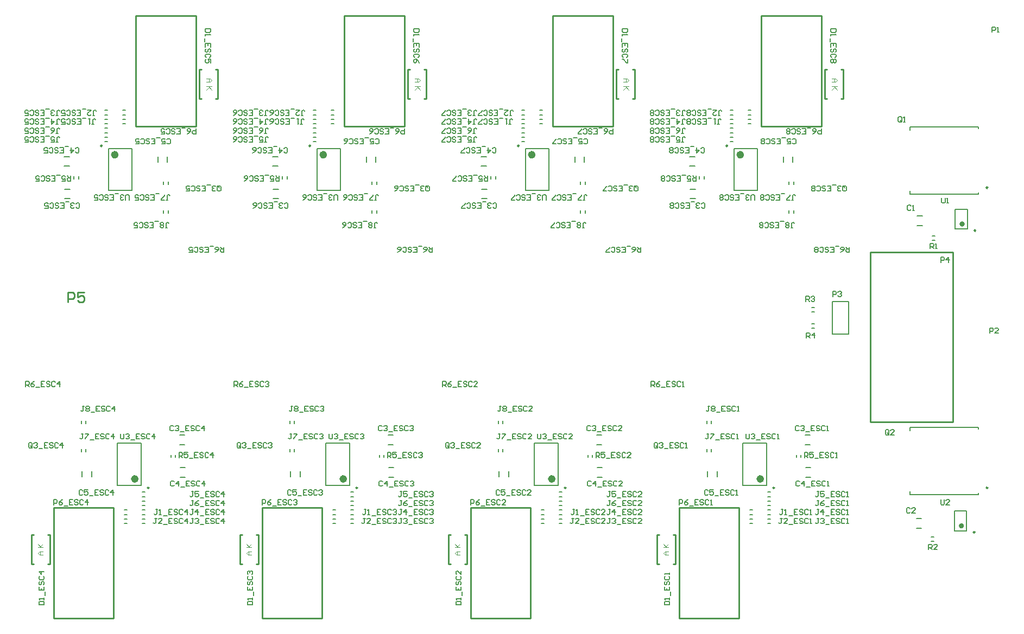
<source format=gto>
G04 Layer_Color=65535*
%FSLAX25Y25*%
%MOIN*%
G70*
G01*
G75*
%ADD23C,0.01000*%
%ADD39C,0.00984*%
%ADD40C,0.01575*%
%ADD41C,0.02362*%
%ADD42C,0.00787*%
%ADD43C,0.00600*%
%ADD44C,0.00394*%
D23*
X413677Y102346D02*
Y170378D01*
X376905Y102346D02*
X413677D01*
X376905D02*
Y170378D01*
X413677D01*
X629291Y135484D02*
X630709D01*
X629291Y153595D02*
X630709D01*
X619291D02*
X620709D01*
X619291Y135484D02*
X620709D01*
X630709D02*
Y153595D01*
X619291Y135484D02*
Y153595D01*
X501291Y135484D02*
X502709D01*
X501291Y153595D02*
X502709D01*
X491291D02*
X492709D01*
X491291Y135484D02*
X492709D01*
X502709D02*
Y153595D01*
X491291Y135484D02*
Y153595D01*
X373291Y135484D02*
X374709D01*
X373291Y153595D02*
X374709D01*
X363291D02*
X364709D01*
X363291Y135484D02*
X364709D01*
X374709D02*
Y153595D01*
X363291Y135484D02*
Y153595D01*
X245291Y135484D02*
X246709D01*
X245291Y153595D02*
X246709D01*
X235291D02*
X236709D01*
X235291Y135484D02*
X236709D01*
X246709D02*
Y153595D01*
X235291Y135484D02*
Y153595D01*
X338291Y439516D02*
X339709D01*
X338291Y421406D02*
X339709D01*
X348291D02*
X349709D01*
X348291Y439516D02*
X349709D01*
X338291Y421406D02*
Y439516D01*
X349709Y421406D02*
Y439516D01*
X466291D02*
X467709D01*
X466291Y421406D02*
X467709D01*
X476291D02*
X477709D01*
X476291Y439516D02*
X477709D01*
X466291Y421406D02*
Y439516D01*
X477709Y421406D02*
Y439516D01*
X594291D02*
X595709D01*
X594291Y421406D02*
X595709D01*
X604291D02*
X605709D01*
X604291Y439516D02*
X605709D01*
X594291Y421406D02*
Y439516D01*
X605709Y421406D02*
Y439516D01*
X722291D02*
X723709D01*
X722291Y421406D02*
X723709D01*
X732291D02*
X733709D01*
X732291Y439516D02*
X733709D01*
X722291Y421406D02*
Y439516D01*
X733709Y421406D02*
Y439516D01*
X669677Y102346D02*
Y170378D01*
X632905Y102346D02*
X669677D01*
X632905D02*
Y170378D01*
X669677D01*
X541677Y102346D02*
Y170378D01*
X504906Y102346D02*
X541677D01*
X504906D02*
Y170378D01*
X541677D01*
X285677Y102346D02*
Y170378D01*
X248905Y102346D02*
X285677D01*
X248905D02*
Y170378D01*
X285677D01*
X299323Y404622D02*
Y472654D01*
X336094D01*
Y404622D02*
Y472654D01*
X299323Y404622D02*
X336094D01*
X427323D02*
Y472654D01*
X464094D01*
Y404622D02*
Y472654D01*
X427323Y404622D02*
X464094D01*
X555323D02*
Y472654D01*
X592095D01*
Y404622D02*
Y472654D01*
X555323Y404622D02*
X592095D01*
X683323D02*
Y472654D01*
X720094D01*
Y404622D02*
Y472654D01*
X683323Y404622D02*
X720094D01*
X750327Y223012D02*
X800815D01*
X800976Y223173D01*
Y327287D01*
X750189Y223224D02*
Y327287D01*
X800976D01*
X257629Y296529D02*
Y302527D01*
X260629D01*
X261628Y301527D01*
Y299528D01*
X260629Y298528D01*
X257629D01*
X267626Y302527D02*
X263628D01*
Y299528D01*
X265627Y300527D01*
X266627D01*
X267626Y299528D01*
Y297528D01*
X266627Y296529D01*
X264627D01*
X263628Y297528D01*
D39*
X822335Y366965D02*
G03*
X822335Y366965I-492J0D01*
G01*
X814957Y340610D02*
G03*
X814957Y340610I-492J0D01*
G01*
X814457Y155110D02*
G03*
X814457Y155110I-492J0D01*
G01*
X691398Y182370D02*
G03*
X691398Y182370I-492J0D01*
G01*
X563398Y182370D02*
G03*
X563398Y182370I-492J0D01*
G01*
X435398D02*
G03*
X435398Y182370I-492J0D01*
G01*
X307398D02*
G03*
X307398Y182370I-492J0D01*
G01*
X278587Y392630D02*
G03*
X278587Y392630I-492J0D01*
G01*
X406587D02*
G03*
X406587Y392630I-492J0D01*
G01*
X534587D02*
G03*
X534587Y392630I-492J0D01*
G01*
X662587D02*
G03*
X662587Y392630I-492J0D01*
G01*
X822335Y182465D02*
G03*
X822335Y182465I-492J0D01*
G01*
D40*
X807378Y344547D02*
G03*
X807378Y344547I-787J0D01*
G01*
X806878Y159047D02*
G03*
X806878Y159047I-787J0D01*
G01*
D41*
X683819Y187882D02*
G03*
X683819Y187882I-1181J0D01*
G01*
X555819Y187882D02*
G03*
X555819Y187882I-1181J0D01*
G01*
X427819D02*
G03*
X427819Y187882I-1181J0D01*
G01*
X299819D02*
G03*
X299819Y187882I-1181J0D01*
G01*
X287543Y387118D02*
G03*
X287543Y387118I-1181J0D01*
G01*
X415543D02*
G03*
X415543Y387118I-1181J0D01*
G01*
X543543D02*
G03*
X543543Y387118I-1181J0D01*
G01*
X671543D02*
G03*
X671543Y387118I-1181J0D01*
G01*
D42*
X778925Y349453D02*
X782075D01*
X778925Y343547D02*
X782075D01*
X778425Y163453D02*
X781575D01*
X778425Y157547D02*
X781575D01*
X710217Y208984D02*
X713366D01*
X710217Y214890D02*
X713366D01*
X582217Y208984D02*
X585366D01*
X582217Y214890D02*
X585366D01*
X454216Y208984D02*
X457366D01*
X454216Y214890D02*
X457366D01*
X326217Y208984D02*
X329366D01*
X326217Y214890D02*
X329366D01*
X255634Y366016D02*
X258784D01*
X255634Y360110D02*
X258784D01*
X383634Y366016D02*
X386784D01*
X383634Y360110D02*
X386784D01*
X511634Y366016D02*
X514783D01*
X511634Y360110D02*
X514783D01*
X639634Y366016D02*
X642783D01*
X639634Y360110D02*
X642783D01*
X710532Y188984D02*
X713681D01*
X710532Y194890D02*
X713681D01*
X582531Y188984D02*
X585681D01*
X582531Y194890D02*
X585681D01*
X454531Y188984D02*
X457681D01*
X454531Y194890D02*
X457681D01*
X326532Y188984D02*
X329681D01*
X326532Y194890D02*
X329681D01*
X255319Y386016D02*
X258469D01*
X255319Y380110D02*
X258469D01*
X383319Y386016D02*
X386469D01*
X383319Y380110D02*
X386469D01*
X511319Y386016D02*
X514468D01*
X511319Y380110D02*
X514468D01*
X639319Y386016D02*
X642469D01*
X639319Y380110D02*
X642469D01*
X656244Y189268D02*
Y192417D01*
X650339Y189268D02*
Y192417D01*
X528244Y189268D02*
Y192417D01*
X522339Y189268D02*
Y192417D01*
X400244Y189268D02*
Y192417D01*
X394339Y189268D02*
Y192417D01*
X272244Y189268D02*
Y192417D01*
X266339Y189268D02*
Y192417D01*
X312756Y382583D02*
Y385732D01*
X318661Y382583D02*
Y385732D01*
X440756Y382583D02*
Y385732D01*
X446661Y382583D02*
Y385732D01*
X568756Y382583D02*
Y385732D01*
X574661Y382583D02*
Y385732D01*
X696756Y382583D02*
Y385732D01*
X702661Y382583D02*
Y385732D01*
X676213Y166043D02*
X677787D01*
X676213Y168799D02*
X677787D01*
X548213Y166043D02*
X549787D01*
X548213Y168799D02*
X549787D01*
X420213Y166043D02*
X421787D01*
X420213Y168799D02*
X421787D01*
X292213Y166043D02*
X293787D01*
X292213Y168799D02*
X293787D01*
X291213Y408957D02*
X292787D01*
X291213Y406201D02*
X292787D01*
X419213Y408957D02*
X420787D01*
X419213Y406201D02*
X420787D01*
X547213Y408957D02*
X548787D01*
X547213Y406201D02*
X548787D01*
X675213Y408957D02*
X676787D01*
X675213Y406201D02*
X676787D01*
X676213Y160543D02*
X677787D01*
X676213Y163299D02*
X677787D01*
X548213Y160543D02*
X549787D01*
X548213Y163299D02*
X549787D01*
X420213Y160543D02*
X421787D01*
X420213Y163299D02*
X421787D01*
X292213Y160543D02*
X293787D01*
X292213Y163299D02*
X293787D01*
X291213Y414457D02*
X292787D01*
X291213Y411701D02*
X292787D01*
X419213Y414457D02*
X420787D01*
X419213Y411701D02*
X420787D01*
X547213Y414457D02*
X548787D01*
X547213Y411701D02*
X548787D01*
X675213Y414457D02*
X676787D01*
X675213Y411701D02*
X676787D01*
X687165Y160543D02*
X688740D01*
X687165Y163299D02*
X688740D01*
X559165Y160543D02*
X560740D01*
X559165Y163299D02*
X560740D01*
X431165Y160543D02*
X432740D01*
X431165Y163299D02*
X432740D01*
X303165Y160543D02*
X304740D01*
X303165Y163299D02*
X304740D01*
X280260Y414457D02*
X281835D01*
X280260Y411701D02*
X281835D01*
X408260Y414457D02*
X409835D01*
X408260Y411701D02*
X409835D01*
X536260Y414457D02*
X537835D01*
X536260Y411701D02*
X537835D01*
X664260Y414457D02*
X665835D01*
X664260Y411701D02*
X665835D01*
X687165Y166043D02*
X688740D01*
X687165Y168799D02*
X688740D01*
X559165Y166043D02*
X560740D01*
X559165Y168799D02*
X560740D01*
X431165Y166043D02*
X432740D01*
X431165Y168799D02*
X432740D01*
X303165Y166043D02*
X304740D01*
X303165Y168799D02*
X304740D01*
X280260Y408957D02*
X281835D01*
X280260Y406201D02*
X281835D01*
X408260Y408957D02*
X409835D01*
X408260Y406201D02*
X409835D01*
X536260Y408957D02*
X537835D01*
X536260Y406201D02*
X537835D01*
X664260Y408957D02*
X665835D01*
X664260Y406201D02*
X665835D01*
X687165Y177043D02*
X688740D01*
X687165Y179799D02*
X688740D01*
X559165Y177043D02*
X560740D01*
X559165Y179799D02*
X560740D01*
X431165Y177043D02*
X432740D01*
X431165Y179799D02*
X432740D01*
X303165Y177043D02*
X304740D01*
X303165Y179799D02*
X304740D01*
X280260Y397957D02*
X281835D01*
X280260Y395201D02*
X281835D01*
X408260Y397957D02*
X409835D01*
X408260Y395201D02*
X409835D01*
X536260Y397957D02*
X537835D01*
X536260Y395201D02*
X537835D01*
X664260Y397957D02*
X665835D01*
X664260Y395201D02*
X665835D01*
X687165Y171543D02*
X688740D01*
X687165Y174299D02*
X688740D01*
X559165Y171543D02*
X560740D01*
X559165Y174299D02*
X560740D01*
X431165Y171543D02*
X432740D01*
X431165Y174299D02*
X432740D01*
X303165Y171543D02*
X304740D01*
X303165Y174299D02*
X304740D01*
X280260Y403457D02*
X281835D01*
X280260Y400701D02*
X281835D01*
X408260Y403457D02*
X409835D01*
X408260Y400701D02*
X409835D01*
X536260Y403457D02*
X537835D01*
X536260Y400701D02*
X537835D01*
X664260Y403457D02*
X665835D01*
X664260Y400701D02*
X665835D01*
X652669Y204555D02*
Y206130D01*
X649913Y204555D02*
Y206130D01*
X524669Y204555D02*
Y206130D01*
X521913Y204555D02*
Y206130D01*
X396669Y204555D02*
Y206130D01*
X393913Y204555D02*
Y206130D01*
X268669Y204555D02*
Y206130D01*
X265913Y204555D02*
Y206130D01*
X316331Y368870D02*
Y370445D01*
X319087Y368870D02*
Y370445D01*
X444331Y368870D02*
Y370445D01*
X447087Y368870D02*
Y370445D01*
X572331Y368870D02*
Y370445D01*
X575087Y368870D02*
Y370445D01*
X700331Y368870D02*
Y370445D01*
X703087Y368870D02*
Y370445D01*
X652669Y222055D02*
Y223630D01*
X649913Y222055D02*
Y223630D01*
X524669Y222055D02*
Y223630D01*
X521913Y222055D02*
Y223630D01*
X396669Y222055D02*
Y223630D01*
X393913Y222055D02*
Y223630D01*
X268669Y222055D02*
Y223630D01*
X265913Y222055D02*
Y223630D01*
X316331Y351370D02*
Y352945D01*
X319087Y351370D02*
Y352945D01*
X444331Y351370D02*
Y352945D01*
X447087Y351370D02*
Y352945D01*
X572331Y351370D02*
Y352945D01*
X575087Y351370D02*
Y352945D01*
X700331Y351370D02*
Y352945D01*
X703087Y351370D02*
Y352945D01*
X727000Y277000D02*
Y297000D01*
Y277000D02*
X737000D01*
Y297000D01*
X727000D02*
X737000D01*
X774405Y404169D02*
X816482D01*
X774405Y402201D02*
Y404169D01*
X816482Y403185D02*
Y404169D01*
Y362831D02*
Y363815D01*
X774405Y362831D02*
Y364799D01*
Y362831D02*
X816482D01*
X788213Y334622D02*
X789787D01*
X788213Y337378D02*
X789787D01*
X787713Y149622D02*
X789287D01*
X787713Y152378D02*
X789287D01*
X714213Y290622D02*
X715787D01*
X714213Y293378D02*
X715787D01*
X714213Y283378D02*
X715787D01*
X714213Y280622D02*
X715787D01*
X704913Y201150D02*
Y202724D01*
X707669Y201150D02*
Y202724D01*
X576913Y201150D02*
Y202724D01*
X579669Y201150D02*
Y202724D01*
X448913Y201150D02*
Y202724D01*
X451669Y201150D02*
Y202724D01*
X320913Y201150D02*
Y202724D01*
X323669Y201150D02*
Y202724D01*
X264087Y372276D02*
Y373850D01*
X261331Y372276D02*
Y373850D01*
X392087Y372276D02*
Y373850D01*
X389331Y372276D02*
Y373850D01*
X520087Y372276D02*
Y373850D01*
X517331Y372276D02*
Y373850D01*
X648087Y372276D02*
Y373850D01*
X645331Y372276D02*
Y373850D01*
X802260Y353602D02*
X809740D01*
X802260Y341398D02*
X809740D01*
X802260D02*
Y353602D01*
X809740Y341398D02*
Y353602D01*
X801760Y168102D02*
X809240D01*
X801760Y155898D02*
X809240D01*
X801760D02*
Y168102D01*
X809240Y155898D02*
Y168102D01*
X672008Y209929D02*
X686575D01*
X672008Y183945D02*
X686575D01*
X672008D02*
Y209929D01*
X686575Y183945D02*
Y209929D01*
X544008Y209929D02*
X558575D01*
X544008Y183945D02*
X558575D01*
X544008D02*
Y209929D01*
X558575Y183945D02*
Y209929D01*
X416008D02*
X430575D01*
X416008Y183945D02*
X430575D01*
X416008D02*
Y209929D01*
X430575Y183945D02*
Y209929D01*
X288008D02*
X302575D01*
X288008Y183945D02*
X302575D01*
X288008D02*
Y209929D01*
X302575Y183945D02*
Y209929D01*
X282425Y365071D02*
X296992D01*
X282425Y391055D02*
X296992D01*
Y365071D02*
Y391055D01*
X282425Y365071D02*
Y391055D01*
X410425Y365071D02*
X424992D01*
X410425Y391055D02*
X424992D01*
Y365071D02*
Y391055D01*
X410425Y365071D02*
Y391055D01*
X538425Y365071D02*
X552992D01*
X538425Y391055D02*
X552992D01*
Y365071D02*
Y391055D01*
X538425Y365071D02*
Y391055D01*
X666425Y365071D02*
X680992D01*
X666425Y391055D02*
X680992D01*
Y365071D02*
Y391055D01*
X666425Y365071D02*
Y391055D01*
X774405Y178331D02*
X816482D01*
X774405D02*
Y180299D01*
X816482Y178331D02*
Y179315D01*
Y218685D02*
Y219669D01*
X774405Y217701D02*
Y219669D01*
X816482D01*
D43*
X477367Y367467D02*
Y365334D01*
X477901Y364801D01*
X478967D01*
X479500Y365334D01*
Y367467D01*
X478967Y368000D01*
X477901D01*
X478434Y366934D02*
X477367Y368000D01*
X477901D02*
X477367Y367467D01*
X476301Y365334D02*
X475768Y364801D01*
X474702D01*
X474168Y365334D01*
Y365867D01*
X474702Y366401D01*
X475235D01*
X474702D01*
X474168Y366934D01*
Y367467D01*
X474702Y368000D01*
X475768D01*
X476301Y367467D01*
X473102Y368533D02*
X470969D01*
X467770Y364801D02*
X469903D01*
Y368000D01*
X467770D01*
X469903Y366401D02*
X468837D01*
X464572Y365334D02*
X465105Y364801D01*
X466171D01*
X466704Y365334D01*
Y365867D01*
X466171Y366401D01*
X465105D01*
X464572Y366934D01*
Y367467D01*
X465105Y368000D01*
X466171D01*
X466704Y367467D01*
X461373Y365334D02*
X461906Y364801D01*
X462972D01*
X463505Y365334D01*
Y367467D01*
X462972Y368000D01*
X461906D01*
X461373Y367467D01*
X458174Y364801D02*
X459240Y365334D01*
X460306Y366401D01*
Y367467D01*
X459773Y368000D01*
X458707D01*
X458174Y367467D01*
Y366934D01*
X458707Y366401D01*
X460306D01*
X605367Y367467D02*
Y365334D01*
X605900Y364801D01*
X606967D01*
X607500Y365334D01*
Y367467D01*
X606967Y368000D01*
X605900D01*
X606434Y366934D02*
X605367Y368000D01*
X605900D02*
X605367Y367467D01*
X604301Y365334D02*
X603768Y364801D01*
X602702D01*
X602168Y365334D01*
Y365867D01*
X602702Y366401D01*
X603235D01*
X602702D01*
X602168Y366934D01*
Y367467D01*
X602702Y368000D01*
X603768D01*
X604301Y367467D01*
X601102Y368533D02*
X598969D01*
X595770Y364801D02*
X597903D01*
Y368000D01*
X595770D01*
X597903Y366401D02*
X596837D01*
X592571Y365334D02*
X593105Y364801D01*
X594171D01*
X594704Y365334D01*
Y365867D01*
X594171Y366401D01*
X593105D01*
X592571Y366934D01*
Y367467D01*
X593105Y368000D01*
X594171D01*
X594704Y367467D01*
X589372Y365334D02*
X589906Y364801D01*
X590972D01*
X591505Y365334D01*
Y367467D01*
X590972Y368000D01*
X589906D01*
X589372Y367467D01*
X588306Y364801D02*
X586173D01*
Y365334D01*
X588306Y367467D01*
Y368000D01*
X733367Y367467D02*
Y365334D01*
X733900Y364801D01*
X734967D01*
X735500Y365334D01*
Y367467D01*
X734967Y368000D01*
X733900D01*
X734434Y366934D02*
X733367Y368000D01*
X733900D02*
X733367Y367467D01*
X732301Y365334D02*
X731768Y364801D01*
X730702D01*
X730168Y365334D01*
Y365867D01*
X730702Y366401D01*
X731235D01*
X730702D01*
X730168Y366934D01*
Y367467D01*
X730702Y368000D01*
X731768D01*
X732301Y367467D01*
X729102Y368533D02*
X726969D01*
X723770Y364801D02*
X725903D01*
Y368000D01*
X723770D01*
X725903Y366401D02*
X724837D01*
X720572Y365334D02*
X721105Y364801D01*
X722171D01*
X722704Y365334D01*
Y365867D01*
X722171Y366401D01*
X721105D01*
X720572Y366934D01*
Y367467D01*
X721105Y368000D01*
X722171D01*
X722704Y367467D01*
X717373Y365334D02*
X717906Y364801D01*
X718972D01*
X719505Y365334D01*
Y367467D01*
X718972Y368000D01*
X717906D01*
X717373Y367467D01*
X716306Y365334D02*
X715773Y364801D01*
X714707D01*
X714174Y365334D01*
Y365867D01*
X714707Y366401D01*
X714174Y366934D01*
Y367467D01*
X714707Y368000D01*
X715773D01*
X716306Y367467D01*
Y366934D01*
X715773Y366401D01*
X716306Y365867D01*
Y365334D01*
X715773Y366401D02*
X714707D01*
X235633Y207533D02*
Y209666D01*
X235100Y210199D01*
X234033D01*
X233500Y209666D01*
Y207533D01*
X234033Y207000D01*
X235100D01*
X234566Y208066D02*
X235633Y207000D01*
X235100D02*
X235633Y207533D01*
X236699Y209666D02*
X237232Y210199D01*
X238299D01*
X238832Y209666D01*
Y209133D01*
X238299Y208599D01*
X237765D01*
X238299D01*
X238832Y208066D01*
Y207533D01*
X238299Y207000D01*
X237232D01*
X236699Y207533D01*
X239898Y206467D02*
X242031D01*
X245230Y210199D02*
X243097D01*
Y207000D01*
X245230D01*
X243097Y208599D02*
X244163D01*
X248429Y209666D02*
X247895Y210199D01*
X246829D01*
X246296Y209666D01*
Y209133D01*
X246829Y208599D01*
X247895D01*
X248429Y208066D01*
Y207533D01*
X247895Y207000D01*
X246829D01*
X246296Y207533D01*
X251627Y209666D02*
X251094Y210199D01*
X250028D01*
X249495Y209666D01*
Y207533D01*
X250028Y207000D01*
X251094D01*
X251627Y207533D01*
X254293Y207000D02*
Y210199D01*
X252694Y208599D01*
X254826D01*
X619633Y207533D02*
Y209666D01*
X619100Y210199D01*
X618033D01*
X617500Y209666D01*
Y207533D01*
X618033Y207000D01*
X619100D01*
X618566Y208066D02*
X619633Y207000D01*
X619100D02*
X619633Y207533D01*
X620699Y209666D02*
X621232Y210199D01*
X622298D01*
X622832Y209666D01*
Y209133D01*
X622298Y208599D01*
X621765D01*
X622298D01*
X622832Y208066D01*
Y207533D01*
X622298Y207000D01*
X621232D01*
X620699Y207533D01*
X623898Y206467D02*
X626031D01*
X629230Y210199D02*
X627097D01*
Y207000D01*
X629230D01*
X627097Y208599D02*
X628163D01*
X632429Y209666D02*
X631895Y210199D01*
X630829D01*
X630296Y209666D01*
Y209133D01*
X630829Y208599D01*
X631895D01*
X632429Y208066D01*
Y207533D01*
X631895Y207000D01*
X630829D01*
X630296Y207533D01*
X635628Y209666D02*
X635094Y210199D01*
X634028D01*
X633495Y209666D01*
Y207533D01*
X634028Y207000D01*
X635094D01*
X635628Y207533D01*
X636694Y207000D02*
X637760D01*
X637227D01*
Y210199D01*
X636694Y209666D01*
X491633Y207533D02*
Y209666D01*
X491100Y210199D01*
X490033D01*
X489500Y209666D01*
Y207533D01*
X490033Y207000D01*
X491100D01*
X490566Y208066D02*
X491633Y207000D01*
X491100D02*
X491633Y207533D01*
X492699Y209666D02*
X493232Y210199D01*
X494298D01*
X494832Y209666D01*
Y209133D01*
X494298Y208599D01*
X493765D01*
X494298D01*
X494832Y208066D01*
Y207533D01*
X494298Y207000D01*
X493232D01*
X492699Y207533D01*
X495898Y206467D02*
X498031D01*
X501230Y210199D02*
X499097D01*
Y207000D01*
X501230D01*
X499097Y208599D02*
X500163D01*
X504428Y209666D02*
X503895Y210199D01*
X502829D01*
X502296Y209666D01*
Y209133D01*
X502829Y208599D01*
X503895D01*
X504428Y208066D01*
Y207533D01*
X503895Y207000D01*
X502829D01*
X502296Y207533D01*
X507627Y209666D02*
X507094Y210199D01*
X506028D01*
X505495Y209666D01*
Y207533D01*
X506028Y207000D01*
X507094D01*
X507627Y207533D01*
X510826Y207000D02*
X508694D01*
X510826Y209133D01*
Y209666D01*
X510293Y210199D01*
X509227D01*
X508694Y209666D01*
X376905Y171921D02*
Y175120D01*
X378505D01*
X379038Y174587D01*
Y173521D01*
X378505Y172988D01*
X376905D01*
X382237Y175120D02*
X381171Y174587D01*
X380104Y173521D01*
Y172454D01*
X380638Y171921D01*
X381704D01*
X382237Y172454D01*
Y172988D01*
X381704Y173521D01*
X380104D01*
X383303Y171388D02*
X385436D01*
X388635Y175120D02*
X386502D01*
Y171921D01*
X388635D01*
X386502Y173521D02*
X387569D01*
X391834Y174587D02*
X391301Y175120D01*
X390234D01*
X389701Y174587D01*
Y174054D01*
X390234Y173521D01*
X391301D01*
X391834Y172988D01*
Y172454D01*
X391301Y171921D01*
X390234D01*
X389701Y172454D01*
X395033Y174587D02*
X394500Y175120D01*
X393433D01*
X392900Y174587D01*
Y172454D01*
X393433Y171921D01*
X394500D01*
X395033Y172454D01*
X396099Y174587D02*
X396633Y175120D01*
X397699D01*
X398232Y174587D01*
Y174054D01*
X397699Y173521D01*
X397166D01*
X397699D01*
X398232Y172988D01*
Y172454D01*
X397699Y171921D01*
X396633D01*
X396099Y172454D01*
X363633Y207533D02*
Y209666D01*
X363100Y210199D01*
X362033D01*
X361500Y209666D01*
Y207533D01*
X362033Y207000D01*
X363100D01*
X362566Y208066D02*
X363633Y207000D01*
X363100D02*
X363633Y207533D01*
X364699Y209666D02*
X365232Y210199D01*
X366299D01*
X366832Y209666D01*
Y209133D01*
X366299Y208599D01*
X365765D01*
X366299D01*
X366832Y208066D01*
Y207533D01*
X366299Y207000D01*
X365232D01*
X364699Y207533D01*
X367898Y206467D02*
X370031D01*
X373230Y210199D02*
X371097D01*
Y207000D01*
X373230D01*
X371097Y208599D02*
X372163D01*
X376429Y209666D02*
X375895Y210199D01*
X374829D01*
X374296Y209666D01*
Y209133D01*
X374829Y208599D01*
X375895D01*
X376429Y208066D01*
Y207533D01*
X375895Y207000D01*
X374829D01*
X374296Y207533D01*
X379627Y209666D02*
X379094Y210199D01*
X378028D01*
X377495Y209666D01*
Y207533D01*
X378028Y207000D01*
X379094D01*
X379627Y207533D01*
X380694Y209666D02*
X381227Y210199D01*
X382293D01*
X382826Y209666D01*
Y209133D01*
X382293Y208599D01*
X381760D01*
X382293D01*
X382826Y208066D01*
Y207533D01*
X382293Y207000D01*
X381227D01*
X380694Y207533D01*
X775133Y355666D02*
X774600Y356199D01*
X773533D01*
X773000Y355666D01*
Y353533D01*
X773533Y353000D01*
X774600D01*
X775133Y353533D01*
X776199Y353000D02*
X777265D01*
X776732D01*
Y356199D01*
X776199Y355666D01*
X774633Y169666D02*
X774099Y170199D01*
X773033D01*
X772500Y169666D01*
Y167533D01*
X773033Y167000D01*
X774099D01*
X774633Y167533D01*
X777832Y167000D02*
X775699D01*
X777832Y169133D01*
Y169666D01*
X777298Y170199D01*
X776232D01*
X775699Y169666D01*
X706424Y220103D02*
X705891Y220636D01*
X704824D01*
X704291Y220103D01*
Y217970D01*
X704824Y217437D01*
X705891D01*
X706424Y217970D01*
X707490Y220103D02*
X708024Y220636D01*
X709090D01*
X709623Y220103D01*
Y219570D01*
X709090Y219037D01*
X708557D01*
X709090D01*
X709623Y218503D01*
Y217970D01*
X709090Y217437D01*
X708024D01*
X707490Y217970D01*
X710689Y216904D02*
X712822D01*
X716021Y220636D02*
X713888D01*
Y217437D01*
X716021D01*
X713888Y219037D02*
X714955D01*
X719220Y220103D02*
X718687Y220636D01*
X717620D01*
X717087Y220103D01*
Y219570D01*
X717620Y219037D01*
X718687D01*
X719220Y218503D01*
Y217970D01*
X718687Y217437D01*
X717620D01*
X717087Y217970D01*
X722419Y220103D02*
X721886Y220636D01*
X720819D01*
X720286Y220103D01*
Y217970D01*
X720819Y217437D01*
X721886D01*
X722419Y217970D01*
X723485Y217437D02*
X724551D01*
X724018D01*
Y220636D01*
X723485Y220103D01*
X578424D02*
X577891Y220636D01*
X576825D01*
X576291Y220103D01*
Y217970D01*
X576825Y217437D01*
X577891D01*
X578424Y217970D01*
X579490Y220103D02*
X580023Y220636D01*
X581090D01*
X581623Y220103D01*
Y219570D01*
X581090Y219037D01*
X580557D01*
X581090D01*
X581623Y218503D01*
Y217970D01*
X581090Y217437D01*
X580023D01*
X579490Y217970D01*
X582689Y216904D02*
X584822D01*
X588021Y220636D02*
X585888D01*
Y217437D01*
X588021D01*
X585888Y219037D02*
X586955D01*
X591220Y220103D02*
X590687Y220636D01*
X589620D01*
X589087Y220103D01*
Y219570D01*
X589620Y219037D01*
X590687D01*
X591220Y218503D01*
Y217970D01*
X590687Y217437D01*
X589620D01*
X589087Y217970D01*
X594419Y220103D02*
X593886Y220636D01*
X592819D01*
X592286Y220103D01*
Y217970D01*
X592819Y217437D01*
X593886D01*
X594419Y217970D01*
X597618Y217437D02*
X595485D01*
X597618Y219570D01*
Y220103D01*
X597085Y220636D01*
X596018D01*
X595485Y220103D01*
X450424D02*
X449891Y220636D01*
X448825D01*
X448291Y220103D01*
Y217970D01*
X448825Y217437D01*
X449891D01*
X450424Y217970D01*
X451490Y220103D02*
X452024Y220636D01*
X453090D01*
X453623Y220103D01*
Y219570D01*
X453090Y219037D01*
X452557D01*
X453090D01*
X453623Y218503D01*
Y217970D01*
X453090Y217437D01*
X452024D01*
X451490Y217970D01*
X454689Y216904D02*
X456822D01*
X460021Y220636D02*
X457888D01*
Y217437D01*
X460021D01*
X457888Y219037D02*
X458955D01*
X463220Y220103D02*
X462687Y220636D01*
X461620D01*
X461087Y220103D01*
Y219570D01*
X461620Y219037D01*
X462687D01*
X463220Y218503D01*
Y217970D01*
X462687Y217437D01*
X461620D01*
X461087Y217970D01*
X466419Y220103D02*
X465886Y220636D01*
X464819D01*
X464286Y220103D01*
Y217970D01*
X464819Y217437D01*
X465886D01*
X466419Y217970D01*
X467485Y220103D02*
X468018Y220636D01*
X469085D01*
X469618Y220103D01*
Y219570D01*
X469085Y219037D01*
X468551D01*
X469085D01*
X469618Y218503D01*
Y217970D01*
X469085Y217437D01*
X468018D01*
X467485Y217970D01*
X322424Y220103D02*
X321891Y220636D01*
X320825D01*
X320291Y220103D01*
Y217970D01*
X320825Y217437D01*
X321891D01*
X322424Y217970D01*
X323490Y220103D02*
X324024Y220636D01*
X325090D01*
X325623Y220103D01*
Y219570D01*
X325090Y219037D01*
X324557D01*
X325090D01*
X325623Y218503D01*
Y217970D01*
X325090Y217437D01*
X324024D01*
X323490Y217970D01*
X326689Y216904D02*
X328822D01*
X332021Y220636D02*
X329888D01*
Y217437D01*
X332021D01*
X329888Y219037D02*
X330955D01*
X335220Y220103D02*
X334687Y220636D01*
X333620D01*
X333087Y220103D01*
Y219570D01*
X333620Y219037D01*
X334687D01*
X335220Y218503D01*
Y217970D01*
X334687Y217437D01*
X333620D01*
X333087Y217970D01*
X338419Y220103D02*
X337886Y220636D01*
X336819D01*
X336286Y220103D01*
Y217970D01*
X336819Y217437D01*
X337886D01*
X338419Y217970D01*
X341085Y217437D02*
Y220636D01*
X339485Y219037D01*
X341618D01*
X262576Y354897D02*
X263109Y354364D01*
X264176D01*
X264709Y354897D01*
Y357030D01*
X264176Y357563D01*
X263109D01*
X262576Y357030D01*
X261510Y354897D02*
X260977Y354364D01*
X259910D01*
X259377Y354897D01*
Y355430D01*
X259910Y355963D01*
X260443D01*
X259910D01*
X259377Y356497D01*
Y357030D01*
X259910Y357563D01*
X260977D01*
X261510Y357030D01*
X258311Y358096D02*
X256178D01*
X252979Y354364D02*
X255112D01*
Y357563D01*
X252979D01*
X255112Y355963D02*
X254045D01*
X249780Y354897D02*
X250313Y354364D01*
X251380D01*
X251913Y354897D01*
Y355430D01*
X251380Y355963D01*
X250313D01*
X249780Y356497D01*
Y357030D01*
X250313Y357563D01*
X251380D01*
X251913Y357030D01*
X246581Y354897D02*
X247114Y354364D01*
X248181D01*
X248714Y354897D01*
Y357030D01*
X248181Y357563D01*
X247114D01*
X246581Y357030D01*
X243382Y354364D02*
X245515D01*
Y355963D01*
X244448Y355430D01*
X243915D01*
X243382Y355963D01*
Y357030D01*
X243915Y357563D01*
X244982D01*
X245515Y357030D01*
X390576Y354897D02*
X391109Y354364D01*
X392176D01*
X392709Y354897D01*
Y357030D01*
X392176Y357563D01*
X391109D01*
X390576Y357030D01*
X389510Y354897D02*
X388977Y354364D01*
X387910D01*
X387377Y354897D01*
Y355430D01*
X387910Y355963D01*
X388443D01*
X387910D01*
X387377Y356497D01*
Y357030D01*
X387910Y357563D01*
X388977D01*
X389510Y357030D01*
X386311Y358096D02*
X384178D01*
X380979Y354364D02*
X383112D01*
Y357563D01*
X380979D01*
X383112Y355963D02*
X382045D01*
X377780Y354897D02*
X378313Y354364D01*
X379380D01*
X379913Y354897D01*
Y355430D01*
X379380Y355963D01*
X378313D01*
X377780Y356497D01*
Y357030D01*
X378313Y357563D01*
X379380D01*
X379913Y357030D01*
X374581Y354897D02*
X375114Y354364D01*
X376181D01*
X376714Y354897D01*
Y357030D01*
X376181Y357563D01*
X375114D01*
X374581Y357030D01*
X371382Y354364D02*
X372448Y354897D01*
X373515Y355963D01*
Y357030D01*
X372982Y357563D01*
X371915D01*
X371382Y357030D01*
Y356497D01*
X371915Y355963D01*
X373515D01*
X518576Y354897D02*
X519109Y354364D01*
X520176D01*
X520709Y354897D01*
Y357030D01*
X520176Y357563D01*
X519109D01*
X518576Y357030D01*
X517510Y354897D02*
X516976Y354364D01*
X515910D01*
X515377Y354897D01*
Y355430D01*
X515910Y355963D01*
X516443D01*
X515910D01*
X515377Y356497D01*
Y357030D01*
X515910Y357563D01*
X516976D01*
X517510Y357030D01*
X514311Y358096D02*
X512178D01*
X508979Y354364D02*
X511112D01*
Y357563D01*
X508979D01*
X511112Y355963D02*
X510045D01*
X505780Y354897D02*
X506313Y354364D01*
X507380D01*
X507913Y354897D01*
Y355430D01*
X507380Y355963D01*
X506313D01*
X505780Y356497D01*
Y357030D01*
X506313Y357563D01*
X507380D01*
X507913Y357030D01*
X502581Y354897D02*
X503114Y354364D01*
X504181D01*
X504714Y354897D01*
Y357030D01*
X504181Y357563D01*
X503114D01*
X502581Y357030D01*
X501515Y354364D02*
X499382D01*
Y354897D01*
X501515Y357030D01*
Y357563D01*
X646576Y354897D02*
X647109Y354364D01*
X648175D01*
X648709Y354897D01*
Y357030D01*
X648175Y357563D01*
X647109D01*
X646576Y357030D01*
X645510Y354897D02*
X644977Y354364D01*
X643910D01*
X643377Y354897D01*
Y355430D01*
X643910Y355963D01*
X644443D01*
X643910D01*
X643377Y356497D01*
Y357030D01*
X643910Y357563D01*
X644977D01*
X645510Y357030D01*
X642311Y358096D02*
X640178D01*
X636979Y354364D02*
X639112D01*
Y357563D01*
X636979D01*
X639112Y355963D02*
X638045D01*
X633780Y354897D02*
X634313Y354364D01*
X635380D01*
X635913Y354897D01*
Y355430D01*
X635380Y355963D01*
X634313D01*
X633780Y356497D01*
Y357030D01*
X634313Y357563D01*
X635380D01*
X635913Y357030D01*
X630581Y354897D02*
X631114Y354364D01*
X632181D01*
X632714Y354897D01*
Y357030D01*
X632181Y357563D01*
X631114D01*
X630581Y357030D01*
X629515Y354897D02*
X628982Y354364D01*
X627915D01*
X627382Y354897D01*
Y355430D01*
X627915Y355963D01*
X627382Y356497D01*
Y357030D01*
X627915Y357563D01*
X628982D01*
X629515Y357030D01*
Y356497D01*
X628982Y355963D01*
X629515Y355430D01*
Y354897D01*
X628982Y355963D02*
X627915D01*
X706739Y186103D02*
X706206Y186636D01*
X705139D01*
X704606Y186103D01*
Y183970D01*
X705139Y183437D01*
X706206D01*
X706739Y183970D01*
X709405Y183437D02*
Y186636D01*
X707805Y185037D01*
X709938D01*
X711004Y182904D02*
X713137D01*
X716336Y186636D02*
X714203D01*
Y183437D01*
X716336D01*
X714203Y185037D02*
X715270D01*
X719535Y186103D02*
X719002Y186636D01*
X717935D01*
X717402Y186103D01*
Y185570D01*
X717935Y185037D01*
X719002D01*
X719535Y184503D01*
Y183970D01*
X719002Y183437D01*
X717935D01*
X717402Y183970D01*
X722734Y186103D02*
X722201Y186636D01*
X721134D01*
X720601Y186103D01*
Y183970D01*
X721134Y183437D01*
X722201D01*
X722734Y183970D01*
X723800Y183437D02*
X724866D01*
X724333D01*
Y186636D01*
X723800Y186103D01*
X578739D02*
X578206Y186636D01*
X577140D01*
X576606Y186103D01*
Y183970D01*
X577140Y183437D01*
X578206D01*
X578739Y183970D01*
X581405Y183437D02*
Y186636D01*
X579805Y185037D01*
X581938D01*
X583004Y182904D02*
X585137D01*
X588336Y186636D02*
X586203D01*
Y183437D01*
X588336D01*
X586203Y185037D02*
X587269D01*
X591535Y186103D02*
X591002Y186636D01*
X589935D01*
X589402Y186103D01*
Y185570D01*
X589935Y185037D01*
X591002D01*
X591535Y184503D01*
Y183970D01*
X591002Y183437D01*
X589935D01*
X589402Y183970D01*
X594734Y186103D02*
X594201Y186636D01*
X593134D01*
X592601Y186103D01*
Y183970D01*
X593134Y183437D01*
X594201D01*
X594734Y183970D01*
X597933Y183437D02*
X595800D01*
X597933Y185570D01*
Y186103D01*
X597400Y186636D01*
X596333D01*
X595800Y186103D01*
X450739D02*
X450206Y186636D01*
X449139D01*
X448606Y186103D01*
Y183970D01*
X449139Y183437D01*
X450206D01*
X450739Y183970D01*
X453405Y183437D02*
Y186636D01*
X451805Y185037D01*
X453938D01*
X455004Y182904D02*
X457137D01*
X460336Y186636D02*
X458203D01*
Y183437D01*
X460336D01*
X458203Y185037D02*
X459270D01*
X463535Y186103D02*
X463002Y186636D01*
X461935D01*
X461402Y186103D01*
Y185570D01*
X461935Y185037D01*
X463002D01*
X463535Y184503D01*
Y183970D01*
X463002Y183437D01*
X461935D01*
X461402Y183970D01*
X466734Y186103D02*
X466201Y186636D01*
X465134D01*
X464601Y186103D01*
Y183970D01*
X465134Y183437D01*
X466201D01*
X466734Y183970D01*
X467800Y186103D02*
X468333Y186636D01*
X469400D01*
X469933Y186103D01*
Y185570D01*
X469400Y185037D01*
X468866D01*
X469400D01*
X469933Y184503D01*
Y183970D01*
X469400Y183437D01*
X468333D01*
X467800Y183970D01*
X322739Y186103D02*
X322206Y186636D01*
X321139D01*
X320606Y186103D01*
Y183970D01*
X321139Y183437D01*
X322206D01*
X322739Y183970D01*
X325405Y183437D02*
Y186636D01*
X323805Y185037D01*
X325938D01*
X327004Y182904D02*
X329137D01*
X332336Y186636D02*
X330203D01*
Y183437D01*
X332336D01*
X330203Y185037D02*
X331270D01*
X335535Y186103D02*
X335002Y186636D01*
X333935D01*
X333402Y186103D01*
Y185570D01*
X333935Y185037D01*
X335002D01*
X335535Y184503D01*
Y183970D01*
X335002Y183437D01*
X333935D01*
X333402Y183970D01*
X338734Y186103D02*
X338201Y186636D01*
X337134D01*
X336601Y186103D01*
Y183970D01*
X337134Y183437D01*
X338201D01*
X338734Y183970D01*
X341400Y183437D02*
Y186636D01*
X339800Y185037D01*
X341933D01*
X262261Y388897D02*
X262794Y388364D01*
X263861D01*
X264394Y388897D01*
Y391030D01*
X263861Y391563D01*
X262794D01*
X262261Y391030D01*
X259595Y391563D02*
Y388364D01*
X261195Y389964D01*
X259062D01*
X257996Y392096D02*
X255863D01*
X252664Y388364D02*
X254797D01*
Y391563D01*
X252664D01*
X254797Y389964D02*
X253731D01*
X249465Y388897D02*
X249998Y388364D01*
X251065D01*
X251598Y388897D01*
Y389430D01*
X251065Y389964D01*
X249998D01*
X249465Y390497D01*
Y391030D01*
X249998Y391563D01*
X251065D01*
X251598Y391030D01*
X246266Y388897D02*
X246799Y388364D01*
X247866D01*
X248399Y388897D01*
Y391030D01*
X247866Y391563D01*
X246799D01*
X246266Y391030D01*
X243067Y388364D02*
X245200D01*
Y389964D01*
X244134Y389430D01*
X243600D01*
X243067Y389964D01*
Y391030D01*
X243600Y391563D01*
X244667D01*
X245200Y391030D01*
X390261Y388897D02*
X390794Y388364D01*
X391861D01*
X392394Y388897D01*
Y391030D01*
X391861Y391563D01*
X390794D01*
X390261Y391030D01*
X387595Y391563D02*
Y388364D01*
X389195Y389964D01*
X387062D01*
X385996Y392096D02*
X383863D01*
X380664Y388364D02*
X382797D01*
Y391563D01*
X380664D01*
X382797Y389964D02*
X381731D01*
X377465Y388897D02*
X377998Y388364D01*
X379065D01*
X379598Y388897D01*
Y389430D01*
X379065Y389964D01*
X377998D01*
X377465Y390497D01*
Y391030D01*
X377998Y391563D01*
X379065D01*
X379598Y391030D01*
X374266Y388897D02*
X374799Y388364D01*
X375866D01*
X376399Y388897D01*
Y391030D01*
X375866Y391563D01*
X374799D01*
X374266Y391030D01*
X371067Y388364D02*
X372134Y388897D01*
X373200Y389964D01*
Y391030D01*
X372667Y391563D01*
X371600D01*
X371067Y391030D01*
Y390497D01*
X371600Y389964D01*
X373200D01*
X518261Y388897D02*
X518794Y388364D01*
X519861D01*
X520394Y388897D01*
Y391030D01*
X519861Y391563D01*
X518794D01*
X518261Y391030D01*
X515595Y391563D02*
Y388364D01*
X517195Y389964D01*
X515062D01*
X513996Y392096D02*
X511863D01*
X508664Y388364D02*
X510797D01*
Y391563D01*
X508664D01*
X510797Y389964D02*
X509730D01*
X505465Y388897D02*
X505998Y388364D01*
X507065D01*
X507598Y388897D01*
Y389430D01*
X507065Y389964D01*
X505998D01*
X505465Y390497D01*
Y391030D01*
X505998Y391563D01*
X507065D01*
X507598Y391030D01*
X502266Y388897D02*
X502799Y388364D01*
X503866D01*
X504399Y388897D01*
Y391030D01*
X503866Y391563D01*
X502799D01*
X502266Y391030D01*
X501200Y388364D02*
X499067D01*
Y388897D01*
X501200Y391030D01*
Y391563D01*
X646261Y388897D02*
X646794Y388364D01*
X647860D01*
X648394Y388897D01*
Y391030D01*
X647860Y391563D01*
X646794D01*
X646261Y391030D01*
X643595Y391563D02*
Y388364D01*
X645195Y389964D01*
X643062D01*
X641996Y392096D02*
X639863D01*
X636664Y388364D02*
X638797D01*
Y391563D01*
X636664D01*
X638797Y389964D02*
X637731D01*
X633465Y388897D02*
X633998Y388364D01*
X635065D01*
X635598Y388897D01*
Y389430D01*
X635065Y389964D01*
X633998D01*
X633465Y390497D01*
Y391030D01*
X633998Y391563D01*
X635065D01*
X635598Y391030D01*
X630266Y388897D02*
X630799Y388364D01*
X631866D01*
X632399Y388897D01*
Y391030D01*
X631866Y391563D01*
X630799D01*
X630266Y391030D01*
X629200Y388897D02*
X628667Y388364D01*
X627600D01*
X627067Y388897D01*
Y389430D01*
X627600Y389964D01*
X627067Y390497D01*
Y391030D01*
X627600Y391563D01*
X628667D01*
X629200Y391030D01*
Y390497D01*
X628667Y389964D01*
X629200Y389430D01*
Y388897D01*
X628667Y389964D02*
X627600D01*
X650633Y180666D02*
X650100Y181199D01*
X649033D01*
X648500Y180666D01*
Y178533D01*
X649033Y178000D01*
X650100D01*
X650633Y178533D01*
X653832Y181199D02*
X651699D01*
Y179599D01*
X652765Y180133D01*
X653298D01*
X653832Y179599D01*
Y178533D01*
X653298Y178000D01*
X652232D01*
X651699Y178533D01*
X654898Y177467D02*
X657031D01*
X660230Y181199D02*
X658097D01*
Y178000D01*
X660230D01*
X658097Y179599D02*
X659163D01*
X663428Y180666D02*
X662895Y181199D01*
X661829D01*
X661296Y180666D01*
Y180133D01*
X661829Y179599D01*
X662895D01*
X663428Y179066D01*
Y178533D01*
X662895Y178000D01*
X661829D01*
X661296Y178533D01*
X666628Y180666D02*
X666094Y181199D01*
X665028D01*
X664495Y180666D01*
Y178533D01*
X665028Y178000D01*
X666094D01*
X666628Y178533D01*
X667694Y178000D02*
X668760D01*
X668227D01*
Y181199D01*
X667694Y180666D01*
X522633D02*
X522099Y181199D01*
X521033D01*
X520500Y180666D01*
Y178533D01*
X521033Y178000D01*
X522099D01*
X522633Y178533D01*
X525832Y181199D02*
X523699D01*
Y179599D01*
X524765Y180133D01*
X525298D01*
X525832Y179599D01*
Y178533D01*
X525298Y178000D01*
X524232D01*
X523699Y178533D01*
X526898Y177467D02*
X529031D01*
X532230Y181199D02*
X530097D01*
Y178000D01*
X532230D01*
X530097Y179599D02*
X531163D01*
X535428Y180666D02*
X534895Y181199D01*
X533829D01*
X533296Y180666D01*
Y180133D01*
X533829Y179599D01*
X534895D01*
X535428Y179066D01*
Y178533D01*
X534895Y178000D01*
X533829D01*
X533296Y178533D01*
X538627Y180666D02*
X538094Y181199D01*
X537028D01*
X536495Y180666D01*
Y178533D01*
X537028Y178000D01*
X538094D01*
X538627Y178533D01*
X541826Y178000D02*
X539694D01*
X541826Y180133D01*
Y180666D01*
X541293Y181199D01*
X540227D01*
X539694Y180666D01*
X394633D02*
X394099Y181199D01*
X393033D01*
X392500Y180666D01*
Y178533D01*
X393033Y178000D01*
X394099D01*
X394633Y178533D01*
X397832Y181199D02*
X395699D01*
Y179599D01*
X396765Y180133D01*
X397299D01*
X397832Y179599D01*
Y178533D01*
X397299Y178000D01*
X396232D01*
X395699Y178533D01*
X398898Y177467D02*
X401031D01*
X404230Y181199D02*
X402097D01*
Y178000D01*
X404230D01*
X402097Y179599D02*
X403163D01*
X407429Y180666D02*
X406895Y181199D01*
X405829D01*
X405296Y180666D01*
Y180133D01*
X405829Y179599D01*
X406895D01*
X407429Y179066D01*
Y178533D01*
X406895Y178000D01*
X405829D01*
X405296Y178533D01*
X410628Y180666D02*
X410094Y181199D01*
X409028D01*
X408495Y180666D01*
Y178533D01*
X409028Y178000D01*
X410094D01*
X410628Y178533D01*
X411694Y180666D02*
X412227Y181199D01*
X413293D01*
X413827Y180666D01*
Y180133D01*
X413293Y179599D01*
X412760D01*
X413293D01*
X413827Y179066D01*
Y178533D01*
X413293Y178000D01*
X412227D01*
X411694Y178533D01*
X266633Y180666D02*
X266100Y181199D01*
X265033D01*
X264500Y180666D01*
Y178533D01*
X265033Y178000D01*
X266100D01*
X266633Y178533D01*
X269832Y181199D02*
X267699D01*
Y179599D01*
X268765Y180133D01*
X269299D01*
X269832Y179599D01*
Y178533D01*
X269299Y178000D01*
X268232D01*
X267699Y178533D01*
X270898Y177467D02*
X273031D01*
X276230Y181199D02*
X274097D01*
Y178000D01*
X276230D01*
X274097Y179599D02*
X275163D01*
X279429Y180666D02*
X278895Y181199D01*
X277829D01*
X277296Y180666D01*
Y180133D01*
X277829Y179599D01*
X278895D01*
X279429Y179066D01*
Y178533D01*
X278895Y178000D01*
X277829D01*
X277296Y178533D01*
X282628Y180666D02*
X282094Y181199D01*
X281028D01*
X280495Y180666D01*
Y178533D01*
X281028Y178000D01*
X282094D01*
X282628Y178533D01*
X285293Y178000D02*
Y181199D01*
X283694Y179599D01*
X285826D01*
X318367Y394334D02*
X318900Y393801D01*
X319967D01*
X320500Y394334D01*
Y396467D01*
X319967Y397000D01*
X318900D01*
X318367Y396467D01*
X315168Y393801D02*
X317301D01*
Y395401D01*
X316235Y394867D01*
X315702D01*
X315168Y395401D01*
Y396467D01*
X315702Y397000D01*
X316768D01*
X317301Y396467D01*
X314102Y397533D02*
X311969D01*
X308770Y393801D02*
X310903D01*
Y397000D01*
X308770D01*
X310903Y395401D02*
X309837D01*
X305572Y394334D02*
X306105Y393801D01*
X307171D01*
X307704Y394334D01*
Y394867D01*
X307171Y395401D01*
X306105D01*
X305572Y395934D01*
Y396467D01*
X306105Y397000D01*
X307171D01*
X307704Y396467D01*
X302373Y394334D02*
X302906Y393801D01*
X303972D01*
X304505Y394334D01*
Y396467D01*
X303972Y397000D01*
X302906D01*
X302373Y396467D01*
X299173Y393801D02*
X301306D01*
Y395401D01*
X300240Y394867D01*
X299707D01*
X299173Y395401D01*
Y396467D01*
X299707Y397000D01*
X300773D01*
X301306Y396467D01*
X446367Y394334D02*
X446901Y393801D01*
X447967D01*
X448500Y394334D01*
Y396467D01*
X447967Y397000D01*
X446901D01*
X446367Y396467D01*
X443168Y393801D02*
X445301D01*
Y395401D01*
X444235Y394867D01*
X443702D01*
X443168Y395401D01*
Y396467D01*
X443702Y397000D01*
X444768D01*
X445301Y396467D01*
X442102Y397533D02*
X439969D01*
X436770Y393801D02*
X438903D01*
Y397000D01*
X436770D01*
X438903Y395401D02*
X437837D01*
X433571Y394334D02*
X434105Y393801D01*
X435171D01*
X435704Y394334D01*
Y394867D01*
X435171Y395401D01*
X434105D01*
X433571Y395934D01*
Y396467D01*
X434105Y397000D01*
X435171D01*
X435704Y396467D01*
X430372Y394334D02*
X430906Y393801D01*
X431972D01*
X432505Y394334D01*
Y396467D01*
X431972Y397000D01*
X430906D01*
X430372Y396467D01*
X427174Y393801D02*
X428240Y394334D01*
X429306Y395401D01*
Y396467D01*
X428773Y397000D01*
X427707D01*
X427174Y396467D01*
Y395934D01*
X427707Y395401D01*
X429306D01*
X574367Y394334D02*
X574900Y393801D01*
X575967D01*
X576500Y394334D01*
Y396467D01*
X575967Y397000D01*
X574900D01*
X574367Y396467D01*
X571168Y393801D02*
X573301D01*
Y395401D01*
X572235Y394867D01*
X571701D01*
X571168Y395401D01*
Y396467D01*
X571701Y397000D01*
X572768D01*
X573301Y396467D01*
X570102Y397533D02*
X567969D01*
X564770Y393801D02*
X566903D01*
Y397000D01*
X564770D01*
X566903Y395401D02*
X565837D01*
X561572Y394334D02*
X562105Y393801D01*
X563171D01*
X563704Y394334D01*
Y394867D01*
X563171Y395401D01*
X562105D01*
X561572Y395934D01*
Y396467D01*
X562105Y397000D01*
X563171D01*
X563704Y396467D01*
X558372Y394334D02*
X558906Y393801D01*
X559972D01*
X560505Y394334D01*
Y396467D01*
X559972Y397000D01*
X558906D01*
X558372Y396467D01*
X557306Y393801D02*
X555173D01*
Y394334D01*
X557306Y396467D01*
Y397000D01*
X702367Y394334D02*
X702901Y393801D01*
X703967D01*
X704500Y394334D01*
Y396467D01*
X703967Y397000D01*
X702901D01*
X702367Y396467D01*
X699168Y393801D02*
X701301D01*
Y395401D01*
X700235Y394867D01*
X699702D01*
X699168Y395401D01*
Y396467D01*
X699702Y397000D01*
X700768D01*
X701301Y396467D01*
X698102Y397533D02*
X695969D01*
X692770Y393801D02*
X694903D01*
Y397000D01*
X692770D01*
X694903Y395401D02*
X693837D01*
X689572Y394334D02*
X690105Y393801D01*
X691171D01*
X691704Y394334D01*
Y394867D01*
X691171Y395401D01*
X690105D01*
X689572Y395934D01*
Y396467D01*
X690105Y397000D01*
X691171D01*
X691704Y396467D01*
X686373Y394334D02*
X686906Y393801D01*
X687972D01*
X688505Y394334D01*
Y396467D01*
X687972Y397000D01*
X686906D01*
X686373Y396467D01*
X685306Y394334D02*
X684773Y393801D01*
X683707D01*
X683174Y394334D01*
Y394867D01*
X683707Y395401D01*
X683174Y395934D01*
Y396467D01*
X683707Y397000D01*
X684773D01*
X685306Y396467D01*
Y395934D01*
X684773Y395401D01*
X685306Y394867D01*
Y394334D01*
X684773Y395401D02*
X683707D01*
X623801Y110500D02*
X627000D01*
Y112100D01*
X626467Y112633D01*
X624334D01*
X623801Y112100D01*
Y110500D01*
X627000Y113699D02*
Y114765D01*
Y114232D01*
X623801D01*
X624334Y113699D01*
X627533Y116365D02*
Y118497D01*
X623801Y121696D02*
Y119564D01*
X627000D01*
Y121696D01*
X625400Y119564D02*
Y120630D01*
X624334Y124895D02*
X623801Y124362D01*
Y123296D01*
X624334Y122763D01*
X624867D01*
X625400Y123296D01*
Y124362D01*
X625934Y124895D01*
X626467D01*
X627000Y124362D01*
Y123296D01*
X626467Y122763D01*
X624334Y128094D02*
X623801Y127561D01*
Y126495D01*
X624334Y125962D01*
X626467D01*
X627000Y126495D01*
Y127561D01*
X626467Y128094D01*
X627000Y129161D02*
Y130227D01*
Y129694D01*
X623801D01*
X624334Y129161D01*
X495801Y110500D02*
X499000D01*
Y112100D01*
X498467Y112633D01*
X496334D01*
X495801Y112100D01*
Y110500D01*
X499000Y113699D02*
Y114765D01*
Y114232D01*
X495801D01*
X496334Y113699D01*
X499533Y116365D02*
Y118497D01*
X495801Y121696D02*
Y119564D01*
X499000D01*
Y121696D01*
X497401Y119564D02*
Y120630D01*
X496334Y124895D02*
X495801Y124362D01*
Y123296D01*
X496334Y122763D01*
X496867D01*
X497401Y123296D01*
Y124362D01*
X497934Y124895D01*
X498467D01*
X499000Y124362D01*
Y123296D01*
X498467Y122763D01*
X496334Y128094D02*
X495801Y127561D01*
Y126495D01*
X496334Y125962D01*
X498467D01*
X499000Y126495D01*
Y127561D01*
X498467Y128094D01*
X499000Y131293D02*
Y129161D01*
X496867Y131293D01*
X496334D01*
X495801Y130760D01*
Y129694D01*
X496334Y129161D01*
X367801Y110500D02*
X371000D01*
Y112100D01*
X370467Y112633D01*
X368334D01*
X367801Y112100D01*
Y110500D01*
X371000Y113699D02*
Y114765D01*
Y114232D01*
X367801D01*
X368334Y113699D01*
X371533Y116365D02*
Y118497D01*
X367801Y121696D02*
Y119564D01*
X371000D01*
Y121696D01*
X369401Y119564D02*
Y120630D01*
X368334Y124895D02*
X367801Y124362D01*
Y123296D01*
X368334Y122763D01*
X368867D01*
X369401Y123296D01*
Y124362D01*
X369934Y124895D01*
X370467D01*
X371000Y124362D01*
Y123296D01*
X370467Y122763D01*
X368334Y128094D02*
X367801Y127561D01*
Y126495D01*
X368334Y125962D01*
X370467D01*
X371000Y126495D01*
Y127561D01*
X370467Y128094D01*
X368334Y129161D02*
X367801Y129694D01*
Y130760D01*
X368334Y131293D01*
X368867D01*
X369401Y130760D01*
Y130227D01*
Y130760D01*
X369934Y131293D01*
X370467D01*
X371000Y130760D01*
Y129694D01*
X370467Y129161D01*
X239801Y110500D02*
X243000D01*
Y112100D01*
X242467Y112633D01*
X240334D01*
X239801Y112100D01*
Y110500D01*
X243000Y113699D02*
Y114765D01*
Y114232D01*
X239801D01*
X240334Y113699D01*
X243533Y116365D02*
Y118497D01*
X239801Y121696D02*
Y119564D01*
X243000D01*
Y121696D01*
X241401Y119564D02*
Y120630D01*
X240334Y124895D02*
X239801Y124362D01*
Y123296D01*
X240334Y122763D01*
X240867D01*
X241401Y123296D01*
Y124362D01*
X241934Y124895D01*
X242467D01*
X243000Y124362D01*
Y123296D01*
X242467Y122763D01*
X240334Y128094D02*
X239801Y127561D01*
Y126495D01*
X240334Y125962D01*
X242467D01*
X243000Y126495D01*
Y127561D01*
X242467Y128094D01*
X243000Y130760D02*
X239801D01*
X241401Y129161D01*
Y131293D01*
X345199Y464500D02*
X342000D01*
Y462900D01*
X342533Y462367D01*
X344666D01*
X345199Y462900D01*
Y464500D01*
X342000Y461301D02*
Y460235D01*
Y460768D01*
X345199D01*
X344666Y461301D01*
X341467Y458635D02*
Y456503D01*
X345199Y453304D02*
Y455436D01*
X342000D01*
Y453304D01*
X343600Y455436D02*
Y454370D01*
X344666Y450105D02*
X345199Y450638D01*
Y451704D01*
X344666Y452237D01*
X344133D01*
X343600Y451704D01*
Y450638D01*
X343066Y450105D01*
X342533D01*
X342000Y450638D01*
Y451704D01*
X342533Y452237D01*
X344666Y446906D02*
X345199Y447439D01*
Y448505D01*
X344666Y449038D01*
X342533D01*
X342000Y448505D01*
Y447439D01*
X342533Y446906D01*
X345199Y443707D02*
Y445839D01*
X343600D01*
X344133Y444773D01*
Y444240D01*
X343600Y443707D01*
X342533D01*
X342000Y444240D01*
Y445306D01*
X342533Y445839D01*
X473199Y464500D02*
X470000D01*
Y462900D01*
X470533Y462367D01*
X472666D01*
X473199Y462900D01*
Y464500D01*
X470000Y461301D02*
Y460235D01*
Y460768D01*
X473199D01*
X472666Y461301D01*
X469467Y458635D02*
Y456503D01*
X473199Y453304D02*
Y455436D01*
X470000D01*
Y453304D01*
X471599Y455436D02*
Y454370D01*
X472666Y450105D02*
X473199Y450638D01*
Y451704D01*
X472666Y452237D01*
X472133D01*
X471599Y451704D01*
Y450638D01*
X471066Y450105D01*
X470533D01*
X470000Y450638D01*
Y451704D01*
X470533Y452237D01*
X472666Y446906D02*
X473199Y447439D01*
Y448505D01*
X472666Y449038D01*
X470533D01*
X470000Y448505D01*
Y447439D01*
X470533Y446906D01*
X473199Y443707D02*
X472666Y444773D01*
X471599Y445839D01*
X470533D01*
X470000Y445306D01*
Y444240D01*
X470533Y443707D01*
X471066D01*
X471599Y444240D01*
Y445839D01*
X601199Y464500D02*
X598000D01*
Y462900D01*
X598533Y462367D01*
X600666D01*
X601199Y462900D01*
Y464500D01*
X598000Y461301D02*
Y460235D01*
Y460768D01*
X601199D01*
X600666Y461301D01*
X597467Y458635D02*
Y456503D01*
X601199Y453304D02*
Y455436D01*
X598000D01*
Y453304D01*
X599600Y455436D02*
Y454370D01*
X600666Y450105D02*
X601199Y450638D01*
Y451704D01*
X600666Y452237D01*
X600133D01*
X599600Y451704D01*
Y450638D01*
X599066Y450105D01*
X598533D01*
X598000Y450638D01*
Y451704D01*
X598533Y452237D01*
X600666Y446906D02*
X601199Y447439D01*
Y448505D01*
X600666Y449038D01*
X598533D01*
X598000Y448505D01*
Y447439D01*
X598533Y446906D01*
X601199Y445839D02*
Y443707D01*
X600666D01*
X598533Y445839D01*
X598000D01*
X729199Y464500D02*
X726000D01*
Y462900D01*
X726533Y462367D01*
X728666D01*
X729199Y462900D01*
Y464500D01*
X726000Y461301D02*
Y460235D01*
Y460768D01*
X729199D01*
X728666Y461301D01*
X725467Y458635D02*
Y456503D01*
X729199Y453304D02*
Y455436D01*
X726000D01*
Y453304D01*
X727599Y455436D02*
Y454370D01*
X728666Y450105D02*
X729199Y450638D01*
Y451704D01*
X728666Y452237D01*
X728133D01*
X727599Y451704D01*
Y450638D01*
X727066Y450105D01*
X726533D01*
X726000Y450638D01*
Y451704D01*
X726533Y452237D01*
X728666Y446906D02*
X729199Y447439D01*
Y448505D01*
X728666Y449038D01*
X726533D01*
X726000Y448505D01*
Y447439D01*
X726533Y446906D01*
X728666Y445839D02*
X729199Y445306D01*
Y444240D01*
X728666Y443707D01*
X728133D01*
X727599Y444240D01*
X727066Y443707D01*
X726533D01*
X726000Y444240D01*
Y445306D01*
X726533Y445839D01*
X727066D01*
X727599Y445306D01*
X728133Y445839D01*
X728666D01*
X727599Y445306D02*
Y444240D01*
X696633Y169120D02*
X695566D01*
X696100D01*
Y166454D01*
X695566Y165921D01*
X695033D01*
X694500Y166454D01*
X697699Y165921D02*
X698765D01*
X698232D01*
Y169120D01*
X697699Y168587D01*
X700365Y165388D02*
X702497D01*
X705696Y169120D02*
X703564D01*
Y165921D01*
X705696D01*
X703564Y167521D02*
X704630D01*
X708895Y168587D02*
X708362Y169120D01*
X707296D01*
X706763Y168587D01*
Y168054D01*
X707296Y167521D01*
X708362D01*
X708895Y166988D01*
Y166454D01*
X708362Y165921D01*
X707296D01*
X706763Y166454D01*
X712094Y168587D02*
X711561Y169120D01*
X710495D01*
X709962Y168587D01*
Y166454D01*
X710495Y165921D01*
X711561D01*
X712094Y166454D01*
X713161Y165921D02*
X714227D01*
X713694D01*
Y169120D01*
X713161Y168587D01*
X568633Y169120D02*
X567566D01*
X568099D01*
Y166454D01*
X567566Y165921D01*
X567033D01*
X566500Y166454D01*
X569699Y165921D02*
X570765D01*
X570232D01*
Y169120D01*
X569699Y168587D01*
X572365Y165388D02*
X574497D01*
X577696Y169120D02*
X575564D01*
Y165921D01*
X577696D01*
X575564Y167521D02*
X576630D01*
X580895Y168587D02*
X580362Y169120D01*
X579296D01*
X578763Y168587D01*
Y168054D01*
X579296Y167521D01*
X580362D01*
X580895Y166988D01*
Y166454D01*
X580362Y165921D01*
X579296D01*
X578763Y166454D01*
X584094Y168587D02*
X583561Y169120D01*
X582495D01*
X581962Y168587D01*
Y166454D01*
X582495Y165921D01*
X583561D01*
X584094Y166454D01*
X587293Y165921D02*
X585161D01*
X587293Y168054D01*
Y168587D01*
X586760Y169120D01*
X585694D01*
X585161Y168587D01*
X440633Y169120D02*
X439566D01*
X440099D01*
Y166454D01*
X439566Y165921D01*
X439033D01*
X438500Y166454D01*
X441699Y165921D02*
X442765D01*
X442232D01*
Y169120D01*
X441699Y168587D01*
X444365Y165388D02*
X446497D01*
X449696Y169120D02*
X447564D01*
Y165921D01*
X449696D01*
X447564Y167521D02*
X448630D01*
X452895Y168587D02*
X452362Y169120D01*
X451296D01*
X450763Y168587D01*
Y168054D01*
X451296Y167521D01*
X452362D01*
X452895Y166988D01*
Y166454D01*
X452362Y165921D01*
X451296D01*
X450763Y166454D01*
X456094Y168587D02*
X455561Y169120D01*
X454495D01*
X453962Y168587D01*
Y166454D01*
X454495Y165921D01*
X455561D01*
X456094Y166454D01*
X457161Y168587D02*
X457694Y169120D01*
X458760D01*
X459293Y168587D01*
Y168054D01*
X458760Y167521D01*
X458227D01*
X458760D01*
X459293Y166988D01*
Y166454D01*
X458760Y165921D01*
X457694D01*
X457161Y166454D01*
X312633Y169120D02*
X311566D01*
X312100D01*
Y166454D01*
X311566Y165921D01*
X311033D01*
X310500Y166454D01*
X313699Y165921D02*
X314765D01*
X314232D01*
Y169120D01*
X313699Y168587D01*
X316365Y165388D02*
X318497D01*
X321696Y169120D02*
X319564D01*
Y165921D01*
X321696D01*
X319564Y167521D02*
X320630D01*
X324895Y168587D02*
X324362Y169120D01*
X323296D01*
X322763Y168587D01*
Y168054D01*
X323296Y167521D01*
X324362D01*
X324895Y166988D01*
Y166454D01*
X324362Y165921D01*
X323296D01*
X322763Y166454D01*
X328094Y168587D02*
X327561Y169120D01*
X326495D01*
X325962Y168587D01*
Y166454D01*
X326495Y165921D01*
X327561D01*
X328094Y166454D01*
X330760Y165921D02*
Y169120D01*
X329161Y167521D01*
X331293D01*
X272367Y405880D02*
X273434D01*
X272901D01*
Y408546D01*
X273434Y409079D01*
X273967D01*
X274500Y408546D01*
X271301Y409079D02*
X270235D01*
X270768D01*
Y405880D01*
X271301Y406413D01*
X268635Y409612D02*
X266503D01*
X263304Y405880D02*
X265436D01*
Y409079D01*
X263304D01*
X265436Y407479D02*
X264370D01*
X260105Y406413D02*
X260638Y405880D01*
X261704D01*
X262237Y406413D01*
Y406946D01*
X261704Y407479D01*
X260638D01*
X260105Y408012D01*
Y408546D01*
X260638Y409079D01*
X261704D01*
X262237Y408546D01*
X256906Y406413D02*
X257439Y405880D01*
X258505D01*
X259038Y406413D01*
Y408546D01*
X258505Y409079D01*
X257439D01*
X256906Y408546D01*
X253707Y405880D02*
X255839D01*
Y407479D01*
X254773Y406946D01*
X254240D01*
X253707Y407479D01*
Y408546D01*
X254240Y409079D01*
X255306D01*
X255839Y408546D01*
X400367Y405880D02*
X401434D01*
X400901D01*
Y408546D01*
X401434Y409079D01*
X401967D01*
X402500Y408546D01*
X399301Y409079D02*
X398235D01*
X398768D01*
Y405880D01*
X399301Y406413D01*
X396635Y409612D02*
X394503D01*
X391304Y405880D02*
X393436D01*
Y409079D01*
X391304D01*
X393436Y407479D02*
X392370D01*
X388105Y406413D02*
X388638Y405880D01*
X389704D01*
X390237Y406413D01*
Y406946D01*
X389704Y407479D01*
X388638D01*
X388105Y408012D01*
Y408546D01*
X388638Y409079D01*
X389704D01*
X390237Y408546D01*
X384906Y406413D02*
X385439Y405880D01*
X386505D01*
X387038Y406413D01*
Y408546D01*
X386505Y409079D01*
X385439D01*
X384906Y408546D01*
X381707Y405880D02*
X382773Y406413D01*
X383839Y407479D01*
Y408546D01*
X383306Y409079D01*
X382240D01*
X381707Y408546D01*
Y408012D01*
X382240Y407479D01*
X383839D01*
X528367Y405880D02*
X529434D01*
X528900D01*
Y408546D01*
X529434Y409079D01*
X529967D01*
X530500Y408546D01*
X527301Y409079D02*
X526235D01*
X526768D01*
Y405880D01*
X527301Y406413D01*
X524635Y409612D02*
X522503D01*
X519304Y405880D02*
X521436D01*
Y409079D01*
X519304D01*
X521436Y407479D02*
X520370D01*
X516105Y406413D02*
X516638Y405880D01*
X517704D01*
X518237Y406413D01*
Y406946D01*
X517704Y407479D01*
X516638D01*
X516105Y408012D01*
Y408546D01*
X516638Y409079D01*
X517704D01*
X518237Y408546D01*
X512906Y406413D02*
X513439Y405880D01*
X514505D01*
X515038Y406413D01*
Y408546D01*
X514505Y409079D01*
X513439D01*
X512906Y408546D01*
X511839Y405880D02*
X509707D01*
Y406413D01*
X511839Y408546D01*
Y409079D01*
X656367Y405880D02*
X657434D01*
X656901D01*
Y408546D01*
X657434Y409079D01*
X657967D01*
X658500Y408546D01*
X655301Y409079D02*
X654235D01*
X654768D01*
Y405880D01*
X655301Y406413D01*
X652635Y409612D02*
X650503D01*
X647304Y405880D02*
X649436D01*
Y409079D01*
X647304D01*
X649436Y407479D02*
X648370D01*
X644105Y406413D02*
X644638Y405880D01*
X645704D01*
X646237Y406413D01*
Y406946D01*
X645704Y407479D01*
X644638D01*
X644105Y408012D01*
Y408546D01*
X644638Y409079D01*
X645704D01*
X646237Y408546D01*
X640906Y406413D02*
X641439Y405880D01*
X642505D01*
X643038Y406413D01*
Y408546D01*
X642505Y409079D01*
X641439D01*
X640906Y408546D01*
X639839Y406413D02*
X639306Y405880D01*
X638240D01*
X637707Y406413D01*
Y406946D01*
X638240Y407479D01*
X637707Y408012D01*
Y408546D01*
X638240Y409079D01*
X639306D01*
X639839Y408546D01*
Y408012D01*
X639306Y407479D01*
X639839Y406946D01*
Y406413D01*
X639306Y407479D02*
X638240D01*
X696133Y163620D02*
X695066D01*
X695600D01*
Y160954D01*
X695066Y160421D01*
X694533D01*
X694000Y160954D01*
X699332Y160421D02*
X697199D01*
X699332Y162554D01*
Y163087D01*
X698798Y163620D01*
X697732D01*
X697199Y163087D01*
X700398Y159888D02*
X702531D01*
X705730Y163620D02*
X703597D01*
Y160421D01*
X705730D01*
X703597Y162021D02*
X704663D01*
X708928Y163087D02*
X708395Y163620D01*
X707329D01*
X706796Y163087D01*
Y162554D01*
X707329Y162021D01*
X708395D01*
X708928Y161488D01*
Y160954D01*
X708395Y160421D01*
X707329D01*
X706796Y160954D01*
X712127Y163087D02*
X711594Y163620D01*
X710528D01*
X709995Y163087D01*
Y160954D01*
X710528Y160421D01*
X711594D01*
X712127Y160954D01*
X713194Y160421D02*
X714260D01*
X713727D01*
Y163620D01*
X713194Y163087D01*
X568133Y163620D02*
X567066D01*
X567599D01*
Y160954D01*
X567066Y160421D01*
X566533D01*
X566000Y160954D01*
X571332Y160421D02*
X569199D01*
X571332Y162554D01*
Y163087D01*
X570798Y163620D01*
X569732D01*
X569199Y163087D01*
X572398Y159888D02*
X574531D01*
X577730Y163620D02*
X575597D01*
Y160421D01*
X577730D01*
X575597Y162021D02*
X576663D01*
X580929Y163087D02*
X580395Y163620D01*
X579329D01*
X578796Y163087D01*
Y162554D01*
X579329Y162021D01*
X580395D01*
X580929Y161488D01*
Y160954D01*
X580395Y160421D01*
X579329D01*
X578796Y160954D01*
X584128Y163087D02*
X583594Y163620D01*
X582528D01*
X581995Y163087D01*
Y160954D01*
X582528Y160421D01*
X583594D01*
X584128Y160954D01*
X587326Y160421D02*
X585194D01*
X587326Y162554D01*
Y163087D01*
X586793Y163620D01*
X585727D01*
X585194Y163087D01*
X440133Y163620D02*
X439066D01*
X439600D01*
Y160954D01*
X439066Y160421D01*
X438533D01*
X438000Y160954D01*
X443332Y160421D02*
X441199D01*
X443332Y162554D01*
Y163087D01*
X442798Y163620D01*
X441732D01*
X441199Y163087D01*
X444398Y159888D02*
X446531D01*
X449730Y163620D02*
X447597D01*
Y160421D01*
X449730D01*
X447597Y162021D02*
X448663D01*
X452928Y163087D02*
X452395Y163620D01*
X451329D01*
X450796Y163087D01*
Y162554D01*
X451329Y162021D01*
X452395D01*
X452928Y161488D01*
Y160954D01*
X452395Y160421D01*
X451329D01*
X450796Y160954D01*
X456128Y163087D02*
X455594Y163620D01*
X454528D01*
X453995Y163087D01*
Y160954D01*
X454528Y160421D01*
X455594D01*
X456128Y160954D01*
X457194Y163087D02*
X457727Y163620D01*
X458793D01*
X459327Y163087D01*
Y162554D01*
X458793Y162021D01*
X458260D01*
X458793D01*
X459327Y161488D01*
Y160954D01*
X458793Y160421D01*
X457727D01*
X457194Y160954D01*
X312133Y163620D02*
X311066D01*
X311599D01*
Y160954D01*
X311066Y160421D01*
X310533D01*
X310000Y160954D01*
X315332Y160421D02*
X313199D01*
X315332Y162554D01*
Y163087D01*
X314798Y163620D01*
X313732D01*
X313199Y163087D01*
X316398Y159888D02*
X318531D01*
X321730Y163620D02*
X319597D01*
Y160421D01*
X321730D01*
X319597Y162021D02*
X320663D01*
X324928Y163087D02*
X324395Y163620D01*
X323329D01*
X322796Y163087D01*
Y162554D01*
X323329Y162021D01*
X324395D01*
X324928Y161488D01*
Y160954D01*
X324395Y160421D01*
X323329D01*
X322796Y160954D01*
X328128Y163087D02*
X327594Y163620D01*
X326528D01*
X325995Y163087D01*
Y160954D01*
X326528Y160421D01*
X327594D01*
X328128Y160954D01*
X330793Y160421D02*
Y163620D01*
X329194Y162021D01*
X331327D01*
X272867Y411380D02*
X273934D01*
X273400D01*
Y414046D01*
X273934Y414579D01*
X274467D01*
X275000Y414046D01*
X269668Y414579D02*
X271801D01*
X269668Y412446D01*
Y411913D01*
X270201Y411380D01*
X271268D01*
X271801Y411913D01*
X268602Y415112D02*
X266469D01*
X263270Y411380D02*
X265403D01*
Y414579D01*
X263270D01*
X265403Y412979D02*
X264337D01*
X260071Y411913D02*
X260605Y411380D01*
X261671D01*
X262204Y411913D01*
Y412446D01*
X261671Y412979D01*
X260605D01*
X260071Y413512D01*
Y414046D01*
X260605Y414579D01*
X261671D01*
X262204Y414046D01*
X256873Y411913D02*
X257406Y411380D01*
X258472D01*
X259005Y411913D01*
Y414046D01*
X258472Y414579D01*
X257406D01*
X256873Y414046D01*
X253674Y411380D02*
X255806D01*
Y412979D01*
X254740Y412446D01*
X254207D01*
X253674Y412979D01*
Y414046D01*
X254207Y414579D01*
X255273D01*
X255806Y414046D01*
X400867Y411380D02*
X401934D01*
X401401D01*
Y414046D01*
X401934Y414579D01*
X402467D01*
X403000Y414046D01*
X397668Y414579D02*
X399801D01*
X397668Y412446D01*
Y411913D01*
X398201Y411380D01*
X399268D01*
X399801Y411913D01*
X396602Y415112D02*
X394469D01*
X391270Y411380D02*
X393403D01*
Y414579D01*
X391270D01*
X393403Y412979D02*
X392337D01*
X388071Y411913D02*
X388605Y411380D01*
X389671D01*
X390204Y411913D01*
Y412446D01*
X389671Y412979D01*
X388605D01*
X388071Y413512D01*
Y414046D01*
X388605Y414579D01*
X389671D01*
X390204Y414046D01*
X384873Y411913D02*
X385406Y411380D01*
X386472D01*
X387005Y411913D01*
Y414046D01*
X386472Y414579D01*
X385406D01*
X384873Y414046D01*
X381674Y411380D02*
X382740Y411913D01*
X383806Y412979D01*
Y414046D01*
X383273Y414579D01*
X382207D01*
X381674Y414046D01*
Y413512D01*
X382207Y412979D01*
X383806D01*
X528867Y411380D02*
X529934D01*
X529400D01*
Y414046D01*
X529934Y414579D01*
X530467D01*
X531000Y414046D01*
X525668Y414579D02*
X527801D01*
X525668Y412446D01*
Y411913D01*
X526202Y411380D01*
X527268D01*
X527801Y411913D01*
X524602Y415112D02*
X522469D01*
X519270Y411380D02*
X521403D01*
Y414579D01*
X519270D01*
X521403Y412979D02*
X520337D01*
X516072Y411913D02*
X516605Y411380D01*
X517671D01*
X518204Y411913D01*
Y412446D01*
X517671Y412979D01*
X516605D01*
X516072Y413512D01*
Y414046D01*
X516605Y414579D01*
X517671D01*
X518204Y414046D01*
X512873Y411913D02*
X513406Y411380D01*
X514472D01*
X515005Y411913D01*
Y414046D01*
X514472Y414579D01*
X513406D01*
X512873Y414046D01*
X511806Y411380D02*
X509674D01*
Y411913D01*
X511806Y414046D01*
Y414579D01*
X656867Y411380D02*
X657934D01*
X657401D01*
Y414046D01*
X657934Y414579D01*
X658467D01*
X659000Y414046D01*
X653668Y414579D02*
X655801D01*
X653668Y412446D01*
Y411913D01*
X654202Y411380D01*
X655268D01*
X655801Y411913D01*
X652602Y415112D02*
X650469D01*
X647270Y411380D02*
X649403D01*
Y414579D01*
X647270D01*
X649403Y412979D02*
X648337D01*
X644071Y411913D02*
X644605Y411380D01*
X645671D01*
X646204Y411913D01*
Y412446D01*
X645671Y412979D01*
X644605D01*
X644071Y413512D01*
Y414046D01*
X644605Y414579D01*
X645671D01*
X646204Y414046D01*
X640872Y411913D02*
X641406Y411380D01*
X642472D01*
X643005Y411913D01*
Y414046D01*
X642472Y414579D01*
X641406D01*
X640872Y414046D01*
X639806Y411913D02*
X639273Y411380D01*
X638207D01*
X637674Y411913D01*
Y412446D01*
X638207Y412979D01*
X637674Y413512D01*
Y414046D01*
X638207Y414579D01*
X639273D01*
X639806Y414046D01*
Y413512D01*
X639273Y412979D01*
X639806Y412446D01*
Y411913D01*
X639273Y412979D02*
X638207D01*
X718633Y163620D02*
X717566D01*
X718099D01*
Y160954D01*
X717566Y160421D01*
X717033D01*
X716500Y160954D01*
X719699Y163087D02*
X720232Y163620D01*
X721298D01*
X721832Y163087D01*
Y162554D01*
X721298Y162021D01*
X720765D01*
X721298D01*
X721832Y161488D01*
Y160954D01*
X721298Y160421D01*
X720232D01*
X719699Y160954D01*
X722898Y159888D02*
X725031D01*
X728230Y163620D02*
X726097D01*
Y160421D01*
X728230D01*
X726097Y162021D02*
X727163D01*
X731428Y163087D02*
X730895Y163620D01*
X729829D01*
X729296Y163087D01*
Y162554D01*
X729829Y162021D01*
X730895D01*
X731428Y161488D01*
Y160954D01*
X730895Y160421D01*
X729829D01*
X729296Y160954D01*
X734627Y163087D02*
X734094Y163620D01*
X733028D01*
X732495Y163087D01*
Y160954D01*
X733028Y160421D01*
X734094D01*
X734627Y160954D01*
X735694Y160421D02*
X736760D01*
X736227D01*
Y163620D01*
X735694Y163087D01*
X590633Y163620D02*
X589566D01*
X590099D01*
Y160954D01*
X589566Y160421D01*
X589033D01*
X588500Y160954D01*
X591699Y163087D02*
X592232Y163620D01*
X593298D01*
X593832Y163087D01*
Y162554D01*
X593298Y162021D01*
X592765D01*
X593298D01*
X593832Y161488D01*
Y160954D01*
X593298Y160421D01*
X592232D01*
X591699Y160954D01*
X594898Y159888D02*
X597031D01*
X600230Y163620D02*
X598097D01*
Y160421D01*
X600230D01*
X598097Y162021D02*
X599163D01*
X603429Y163087D02*
X602895Y163620D01*
X601829D01*
X601296Y163087D01*
Y162554D01*
X601829Y162021D01*
X602895D01*
X603429Y161488D01*
Y160954D01*
X602895Y160421D01*
X601829D01*
X601296Y160954D01*
X606628Y163087D02*
X606094Y163620D01*
X605028D01*
X604495Y163087D01*
Y160954D01*
X605028Y160421D01*
X606094D01*
X606628Y160954D01*
X609827Y160421D02*
X607694D01*
X609827Y162554D01*
Y163087D01*
X609293Y163620D01*
X608227D01*
X607694Y163087D01*
X462633Y163620D02*
X461566D01*
X462100D01*
Y160954D01*
X461566Y160421D01*
X461033D01*
X460500Y160954D01*
X463699Y163087D02*
X464232Y163620D01*
X465298D01*
X465832Y163087D01*
Y162554D01*
X465298Y162021D01*
X464765D01*
X465298D01*
X465832Y161488D01*
Y160954D01*
X465298Y160421D01*
X464232D01*
X463699Y160954D01*
X466898Y159888D02*
X469031D01*
X472230Y163620D02*
X470097D01*
Y160421D01*
X472230D01*
X470097Y162021D02*
X471163D01*
X475428Y163087D02*
X474895Y163620D01*
X473829D01*
X473296Y163087D01*
Y162554D01*
X473829Y162021D01*
X474895D01*
X475428Y161488D01*
Y160954D01*
X474895Y160421D01*
X473829D01*
X473296Y160954D01*
X478627Y163087D02*
X478094Y163620D01*
X477028D01*
X476495Y163087D01*
Y160954D01*
X477028Y160421D01*
X478094D01*
X478627Y160954D01*
X479694Y163087D02*
X480227Y163620D01*
X481293D01*
X481826Y163087D01*
Y162554D01*
X481293Y162021D01*
X480760D01*
X481293D01*
X481826Y161488D01*
Y160954D01*
X481293Y160421D01*
X480227D01*
X479694Y160954D01*
X334633Y163620D02*
X333566D01*
X334100D01*
Y160954D01*
X333566Y160421D01*
X333033D01*
X332500Y160954D01*
X335699Y163087D02*
X336232Y163620D01*
X337298D01*
X337832Y163087D01*
Y162554D01*
X337298Y162021D01*
X336765D01*
X337298D01*
X337832Y161488D01*
Y160954D01*
X337298Y160421D01*
X336232D01*
X335699Y160954D01*
X338898Y159888D02*
X341031D01*
X344230Y163620D02*
X342097D01*
Y160421D01*
X344230D01*
X342097Y162021D02*
X343163D01*
X347428Y163087D02*
X346895Y163620D01*
X345829D01*
X345296Y163087D01*
Y162554D01*
X345829Y162021D01*
X346895D01*
X347428Y161488D01*
Y160954D01*
X346895Y160421D01*
X345829D01*
X345296Y160954D01*
X350627Y163087D02*
X350094Y163620D01*
X349028D01*
X348495Y163087D01*
Y160954D01*
X349028Y160421D01*
X350094D01*
X350627Y160954D01*
X353293Y160421D02*
Y163620D01*
X351694Y162021D01*
X353826D01*
X250367Y411380D02*
X251434D01*
X250901D01*
Y414046D01*
X251434Y414579D01*
X251967D01*
X252500Y414046D01*
X249301Y411913D02*
X248768Y411380D01*
X247702D01*
X247168Y411913D01*
Y412446D01*
X247702Y412979D01*
X248235D01*
X247702D01*
X247168Y413512D01*
Y414046D01*
X247702Y414579D01*
X248768D01*
X249301Y414046D01*
X246102Y415112D02*
X243969D01*
X240770Y411380D02*
X242903D01*
Y414579D01*
X240770D01*
X242903Y412979D02*
X241837D01*
X237572Y411913D02*
X238105Y411380D01*
X239171D01*
X239704Y411913D01*
Y412446D01*
X239171Y412979D01*
X238105D01*
X237572Y413512D01*
Y414046D01*
X238105Y414579D01*
X239171D01*
X239704Y414046D01*
X234372Y411913D02*
X234906Y411380D01*
X235972D01*
X236505Y411913D01*
Y414046D01*
X235972Y414579D01*
X234906D01*
X234372Y414046D01*
X231173Y411380D02*
X233306D01*
Y412979D01*
X232240Y412446D01*
X231707D01*
X231173Y412979D01*
Y414046D01*
X231707Y414579D01*
X232773D01*
X233306Y414046D01*
X378367Y411380D02*
X379434D01*
X378901D01*
Y414046D01*
X379434Y414579D01*
X379967D01*
X380500Y414046D01*
X377301Y411913D02*
X376768Y411380D01*
X375701D01*
X375168Y411913D01*
Y412446D01*
X375701Y412979D01*
X376235D01*
X375701D01*
X375168Y413512D01*
Y414046D01*
X375701Y414579D01*
X376768D01*
X377301Y414046D01*
X374102Y415112D02*
X371969D01*
X368770Y411380D02*
X370903D01*
Y414579D01*
X368770D01*
X370903Y412979D02*
X369837D01*
X365571Y411913D02*
X366105Y411380D01*
X367171D01*
X367704Y411913D01*
Y412446D01*
X367171Y412979D01*
X366105D01*
X365571Y413512D01*
Y414046D01*
X366105Y414579D01*
X367171D01*
X367704Y414046D01*
X362372Y411913D02*
X362906Y411380D01*
X363972D01*
X364505Y411913D01*
Y414046D01*
X363972Y414579D01*
X362906D01*
X362372Y414046D01*
X359173Y411380D02*
X360240Y411913D01*
X361306Y412979D01*
Y414046D01*
X360773Y414579D01*
X359707D01*
X359173Y414046D01*
Y413512D01*
X359707Y412979D01*
X361306D01*
X506367Y411380D02*
X507434D01*
X506901D01*
Y414046D01*
X507434Y414579D01*
X507967D01*
X508500Y414046D01*
X505301Y411913D02*
X504768Y411380D01*
X503702D01*
X503168Y411913D01*
Y412446D01*
X503702Y412979D01*
X504235D01*
X503702D01*
X503168Y413512D01*
Y414046D01*
X503702Y414579D01*
X504768D01*
X505301Y414046D01*
X502102Y415112D02*
X499969D01*
X496770Y411380D02*
X498903D01*
Y414579D01*
X496770D01*
X498903Y412979D02*
X497837D01*
X493572Y411913D02*
X494105Y411380D01*
X495171D01*
X495704Y411913D01*
Y412446D01*
X495171Y412979D01*
X494105D01*
X493572Y413512D01*
Y414046D01*
X494105Y414579D01*
X495171D01*
X495704Y414046D01*
X490373Y411913D02*
X490906Y411380D01*
X491972D01*
X492505Y411913D01*
Y414046D01*
X491972Y414579D01*
X490906D01*
X490373Y414046D01*
X489306Y411380D02*
X487174D01*
Y411913D01*
X489306Y414046D01*
Y414579D01*
X634367Y411380D02*
X635434D01*
X634901D01*
Y414046D01*
X635434Y414579D01*
X635967D01*
X636500Y414046D01*
X633301Y411913D02*
X632768Y411380D01*
X631702D01*
X631168Y411913D01*
Y412446D01*
X631702Y412979D01*
X632235D01*
X631702D01*
X631168Y413512D01*
Y414046D01*
X631702Y414579D01*
X632768D01*
X633301Y414046D01*
X630102Y415112D02*
X627969D01*
X624770Y411380D02*
X626903D01*
Y414579D01*
X624770D01*
X626903Y412979D02*
X625837D01*
X621571Y411913D02*
X622105Y411380D01*
X623171D01*
X623704Y411913D01*
Y412446D01*
X623171Y412979D01*
X622105D01*
X621571Y413512D01*
Y414046D01*
X622105Y414579D01*
X623171D01*
X623704Y414046D01*
X618372Y411913D02*
X618906Y411380D01*
X619972D01*
X620505Y411913D01*
Y414046D01*
X619972Y414579D01*
X618906D01*
X618372Y414046D01*
X617306Y411913D02*
X616773Y411380D01*
X615707D01*
X615173Y411913D01*
Y412446D01*
X615707Y412979D01*
X615173Y413512D01*
Y414046D01*
X615707Y414579D01*
X616773D01*
X617306Y414046D01*
Y413512D01*
X616773Y412979D01*
X617306Y412446D01*
Y411913D01*
X616773Y412979D02*
X615707D01*
X718633Y169120D02*
X717566D01*
X718099D01*
Y166454D01*
X717566Y165921D01*
X717033D01*
X716500Y166454D01*
X721298Y165921D02*
Y169120D01*
X719699Y167521D01*
X721832D01*
X722898Y165388D02*
X725031D01*
X728230Y169120D02*
X726097D01*
Y165921D01*
X728230D01*
X726097Y167521D02*
X727163D01*
X731428Y168587D02*
X730895Y169120D01*
X729829D01*
X729296Y168587D01*
Y168054D01*
X729829Y167521D01*
X730895D01*
X731428Y166988D01*
Y166454D01*
X730895Y165921D01*
X729829D01*
X729296Y166454D01*
X734627Y168587D02*
X734094Y169120D01*
X733028D01*
X732495Y168587D01*
Y166454D01*
X733028Y165921D01*
X734094D01*
X734627Y166454D01*
X735694Y165921D02*
X736760D01*
X736227D01*
Y169120D01*
X735694Y168587D01*
X590633Y169120D02*
X589566D01*
X590099D01*
Y166454D01*
X589566Y165921D01*
X589033D01*
X588500Y166454D01*
X593298Y165921D02*
Y169120D01*
X591699Y167521D01*
X593832D01*
X594898Y165388D02*
X597031D01*
X600230Y169120D02*
X598097D01*
Y165921D01*
X600230D01*
X598097Y167521D02*
X599163D01*
X603429Y168587D02*
X602895Y169120D01*
X601829D01*
X601296Y168587D01*
Y168054D01*
X601829Y167521D01*
X602895D01*
X603429Y166988D01*
Y166454D01*
X602895Y165921D01*
X601829D01*
X601296Y166454D01*
X606628Y168587D02*
X606094Y169120D01*
X605028D01*
X604495Y168587D01*
Y166454D01*
X605028Y165921D01*
X606094D01*
X606628Y166454D01*
X609827Y165921D02*
X607694D01*
X609827Y168054D01*
Y168587D01*
X609293Y169120D01*
X608227D01*
X607694Y168587D01*
X462633Y169120D02*
X461566D01*
X462100D01*
Y166454D01*
X461566Y165921D01*
X461033D01*
X460500Y166454D01*
X465298Y165921D02*
Y169120D01*
X463699Y167521D01*
X465832D01*
X466898Y165388D02*
X469031D01*
X472230Y169120D02*
X470097D01*
Y165921D01*
X472230D01*
X470097Y167521D02*
X471163D01*
X475428Y168587D02*
X474895Y169120D01*
X473829D01*
X473296Y168587D01*
Y168054D01*
X473829Y167521D01*
X474895D01*
X475428Y166988D01*
Y166454D01*
X474895Y165921D01*
X473829D01*
X473296Y166454D01*
X478627Y168587D02*
X478094Y169120D01*
X477028D01*
X476495Y168587D01*
Y166454D01*
X477028Y165921D01*
X478094D01*
X478627Y166454D01*
X479694Y168587D02*
X480227Y169120D01*
X481293D01*
X481826Y168587D01*
Y168054D01*
X481293Y167521D01*
X480760D01*
X481293D01*
X481826Y166988D01*
Y166454D01*
X481293Y165921D01*
X480227D01*
X479694Y166454D01*
X334633Y169120D02*
X333566D01*
X334100D01*
Y166454D01*
X333566Y165921D01*
X333033D01*
X332500Y166454D01*
X337298Y165921D02*
Y169120D01*
X335699Y167521D01*
X337832D01*
X338898Y165388D02*
X341031D01*
X344230Y169120D02*
X342097D01*
Y165921D01*
X344230D01*
X342097Y167521D02*
X343163D01*
X347428Y168587D02*
X346895Y169120D01*
X345829D01*
X345296Y168587D01*
Y168054D01*
X345829Y167521D01*
X346895D01*
X347428Y166988D01*
Y166454D01*
X346895Y165921D01*
X345829D01*
X345296Y166454D01*
X350627Y168587D02*
X350094Y169120D01*
X349028D01*
X348495Y168587D01*
Y166454D01*
X349028Y165921D01*
X350094D01*
X350627Y166454D01*
X353293Y165921D02*
Y169120D01*
X351694Y167521D01*
X353826D01*
X250367Y405880D02*
X251434D01*
X250901D01*
Y408546D01*
X251434Y409079D01*
X251967D01*
X252500Y408546D01*
X247702Y409079D02*
Y405880D01*
X249301Y407479D01*
X247168D01*
X246102Y409612D02*
X243969D01*
X240770Y405880D02*
X242903D01*
Y409079D01*
X240770D01*
X242903Y407479D02*
X241837D01*
X237572Y406413D02*
X238105Y405880D01*
X239171D01*
X239704Y406413D01*
Y406946D01*
X239171Y407479D01*
X238105D01*
X237572Y408012D01*
Y408546D01*
X238105Y409079D01*
X239171D01*
X239704Y408546D01*
X234372Y406413D02*
X234906Y405880D01*
X235972D01*
X236505Y406413D01*
Y408546D01*
X235972Y409079D01*
X234906D01*
X234372Y408546D01*
X231173Y405880D02*
X233306D01*
Y407479D01*
X232240Y406946D01*
X231707D01*
X231173Y407479D01*
Y408546D01*
X231707Y409079D01*
X232773D01*
X233306Y408546D01*
X378367Y405880D02*
X379434D01*
X378901D01*
Y408546D01*
X379434Y409079D01*
X379967D01*
X380500Y408546D01*
X375701Y409079D02*
Y405880D01*
X377301Y407479D01*
X375168D01*
X374102Y409612D02*
X371969D01*
X368770Y405880D02*
X370903D01*
Y409079D01*
X368770D01*
X370903Y407479D02*
X369837D01*
X365571Y406413D02*
X366105Y405880D01*
X367171D01*
X367704Y406413D01*
Y406946D01*
X367171Y407479D01*
X366105D01*
X365571Y408012D01*
Y408546D01*
X366105Y409079D01*
X367171D01*
X367704Y408546D01*
X362372Y406413D02*
X362906Y405880D01*
X363972D01*
X364505Y406413D01*
Y408546D01*
X363972Y409079D01*
X362906D01*
X362372Y408546D01*
X359173Y405880D02*
X360240Y406413D01*
X361306Y407479D01*
Y408546D01*
X360773Y409079D01*
X359707D01*
X359173Y408546D01*
Y408012D01*
X359707Y407479D01*
X361306D01*
X506367Y405880D02*
X507434D01*
X506901D01*
Y408546D01*
X507434Y409079D01*
X507967D01*
X508500Y408546D01*
X503702Y409079D02*
Y405880D01*
X505301Y407479D01*
X503168D01*
X502102Y409612D02*
X499969D01*
X496770Y405880D02*
X498903D01*
Y409079D01*
X496770D01*
X498903Y407479D02*
X497837D01*
X493572Y406413D02*
X494105Y405880D01*
X495171D01*
X495704Y406413D01*
Y406946D01*
X495171Y407479D01*
X494105D01*
X493572Y408012D01*
Y408546D01*
X494105Y409079D01*
X495171D01*
X495704Y408546D01*
X490373Y406413D02*
X490906Y405880D01*
X491972D01*
X492505Y406413D01*
Y408546D01*
X491972Y409079D01*
X490906D01*
X490373Y408546D01*
X489306Y405880D02*
X487174D01*
Y406413D01*
X489306Y408546D01*
Y409079D01*
X634367Y405880D02*
X635434D01*
X634901D01*
Y408546D01*
X635434Y409079D01*
X635967D01*
X636500Y408546D01*
X631702Y409079D02*
Y405880D01*
X633301Y407479D01*
X631168D01*
X630102Y409612D02*
X627969D01*
X624770Y405880D02*
X626903D01*
Y409079D01*
X624770D01*
X626903Y407479D02*
X625837D01*
X621571Y406413D02*
X622105Y405880D01*
X623171D01*
X623704Y406413D01*
Y406946D01*
X623171Y407479D01*
X622105D01*
X621571Y408012D01*
Y408546D01*
X622105Y409079D01*
X623171D01*
X623704Y408546D01*
X618372Y406413D02*
X618906Y405880D01*
X619972D01*
X620505Y406413D01*
Y408546D01*
X619972Y409079D01*
X618906D01*
X618372Y408546D01*
X617306Y406413D02*
X616773Y405880D01*
X615707D01*
X615173Y406413D01*
Y406946D01*
X615707Y407479D01*
X615173Y408012D01*
Y408546D01*
X615707Y409079D01*
X616773D01*
X617306Y408546D01*
Y408012D01*
X616773Y407479D01*
X617306Y406946D01*
Y406413D01*
X616773Y407479D02*
X615707D01*
X718633Y180120D02*
X717566D01*
X718099D01*
Y177454D01*
X717566Y176921D01*
X717033D01*
X716500Y177454D01*
X721832Y180120D02*
X719699D01*
Y178521D01*
X720765Y179054D01*
X721298D01*
X721832Y178521D01*
Y177454D01*
X721298Y176921D01*
X720232D01*
X719699Y177454D01*
X722898Y176388D02*
X725031D01*
X728230Y180120D02*
X726097D01*
Y176921D01*
X728230D01*
X726097Y178521D02*
X727163D01*
X731428Y179587D02*
X730895Y180120D01*
X729829D01*
X729296Y179587D01*
Y179054D01*
X729829Y178521D01*
X730895D01*
X731428Y177988D01*
Y177454D01*
X730895Y176921D01*
X729829D01*
X729296Y177454D01*
X734627Y179587D02*
X734094Y180120D01*
X733028D01*
X732495Y179587D01*
Y177454D01*
X733028Y176921D01*
X734094D01*
X734627Y177454D01*
X735694Y176921D02*
X736760D01*
X736227D01*
Y180120D01*
X735694Y179587D01*
X590633Y180120D02*
X589566D01*
X590099D01*
Y177454D01*
X589566Y176921D01*
X589033D01*
X588500Y177454D01*
X593832Y180120D02*
X591699D01*
Y178521D01*
X592765Y179054D01*
X593298D01*
X593832Y178521D01*
Y177454D01*
X593298Y176921D01*
X592232D01*
X591699Y177454D01*
X594898Y176388D02*
X597031D01*
X600230Y180120D02*
X598097D01*
Y176921D01*
X600230D01*
X598097Y178521D02*
X599163D01*
X603429Y179587D02*
X602895Y180120D01*
X601829D01*
X601296Y179587D01*
Y179054D01*
X601829Y178521D01*
X602895D01*
X603429Y177988D01*
Y177454D01*
X602895Y176921D01*
X601829D01*
X601296Y177454D01*
X606628Y179587D02*
X606094Y180120D01*
X605028D01*
X604495Y179587D01*
Y177454D01*
X605028Y176921D01*
X606094D01*
X606628Y177454D01*
X609827Y176921D02*
X607694D01*
X609827Y179054D01*
Y179587D01*
X609293Y180120D01*
X608227D01*
X607694Y179587D01*
X462633Y180120D02*
X461566D01*
X462100D01*
Y177454D01*
X461566Y176921D01*
X461033D01*
X460500Y177454D01*
X465832Y180120D02*
X463699D01*
Y178521D01*
X464765Y179054D01*
X465298D01*
X465832Y178521D01*
Y177454D01*
X465298Y176921D01*
X464232D01*
X463699Y177454D01*
X466898Y176388D02*
X469031D01*
X472230Y180120D02*
X470097D01*
Y176921D01*
X472230D01*
X470097Y178521D02*
X471163D01*
X475428Y179587D02*
X474895Y180120D01*
X473829D01*
X473296Y179587D01*
Y179054D01*
X473829Y178521D01*
X474895D01*
X475428Y177988D01*
Y177454D01*
X474895Y176921D01*
X473829D01*
X473296Y177454D01*
X478627Y179587D02*
X478094Y180120D01*
X477028D01*
X476495Y179587D01*
Y177454D01*
X477028Y176921D01*
X478094D01*
X478627Y177454D01*
X479694Y179587D02*
X480227Y180120D01*
X481293D01*
X481826Y179587D01*
Y179054D01*
X481293Y178521D01*
X480760D01*
X481293D01*
X481826Y177988D01*
Y177454D01*
X481293Y176921D01*
X480227D01*
X479694Y177454D01*
X334633Y180120D02*
X333566D01*
X334100D01*
Y177454D01*
X333566Y176921D01*
X333033D01*
X332500Y177454D01*
X337832Y180120D02*
X335699D01*
Y178521D01*
X336765Y179054D01*
X337298D01*
X337832Y178521D01*
Y177454D01*
X337298Y176921D01*
X336232D01*
X335699Y177454D01*
X338898Y176388D02*
X341031D01*
X344230Y180120D02*
X342097D01*
Y176921D01*
X344230D01*
X342097Y178521D02*
X343163D01*
X347428Y179587D02*
X346895Y180120D01*
X345829D01*
X345296Y179587D01*
Y179054D01*
X345829Y178521D01*
X346895D01*
X347428Y177988D01*
Y177454D01*
X346895Y176921D01*
X345829D01*
X345296Y177454D01*
X350627Y179587D02*
X350094Y180120D01*
X349028D01*
X348495Y179587D01*
Y177454D01*
X349028Y176921D01*
X350094D01*
X350627Y177454D01*
X353293Y176921D02*
Y180120D01*
X351694Y178521D01*
X353826D01*
X250367Y394880D02*
X251434D01*
X250901D01*
Y397546D01*
X251434Y398079D01*
X251967D01*
X252500Y397546D01*
X247168Y394880D02*
X249301D01*
Y396479D01*
X248235Y395946D01*
X247702D01*
X247168Y396479D01*
Y397546D01*
X247702Y398079D01*
X248768D01*
X249301Y397546D01*
X246102Y398612D02*
X243969D01*
X240770Y394880D02*
X242903D01*
Y398079D01*
X240770D01*
X242903Y396479D02*
X241837D01*
X237572Y395413D02*
X238105Y394880D01*
X239171D01*
X239704Y395413D01*
Y395946D01*
X239171Y396479D01*
X238105D01*
X237572Y397012D01*
Y397546D01*
X238105Y398079D01*
X239171D01*
X239704Y397546D01*
X234372Y395413D02*
X234906Y394880D01*
X235972D01*
X236505Y395413D01*
Y397546D01*
X235972Y398079D01*
X234906D01*
X234372Y397546D01*
X231173Y394880D02*
X233306D01*
Y396479D01*
X232240Y395946D01*
X231707D01*
X231173Y396479D01*
Y397546D01*
X231707Y398079D01*
X232773D01*
X233306Y397546D01*
X378367Y394880D02*
X379434D01*
X378901D01*
Y397546D01*
X379434Y398079D01*
X379967D01*
X380500Y397546D01*
X375168Y394880D02*
X377301D01*
Y396479D01*
X376235Y395946D01*
X375701D01*
X375168Y396479D01*
Y397546D01*
X375701Y398079D01*
X376768D01*
X377301Y397546D01*
X374102Y398612D02*
X371969D01*
X368770Y394880D02*
X370903D01*
Y398079D01*
X368770D01*
X370903Y396479D02*
X369837D01*
X365571Y395413D02*
X366105Y394880D01*
X367171D01*
X367704Y395413D01*
Y395946D01*
X367171Y396479D01*
X366105D01*
X365571Y397012D01*
Y397546D01*
X366105Y398079D01*
X367171D01*
X367704Y397546D01*
X362372Y395413D02*
X362906Y394880D01*
X363972D01*
X364505Y395413D01*
Y397546D01*
X363972Y398079D01*
X362906D01*
X362372Y397546D01*
X359173Y394880D02*
X360240Y395413D01*
X361306Y396479D01*
Y397546D01*
X360773Y398079D01*
X359707D01*
X359173Y397546D01*
Y397012D01*
X359707Y396479D01*
X361306D01*
X506367Y394880D02*
X507434D01*
X506901D01*
Y397546D01*
X507434Y398079D01*
X507967D01*
X508500Y397546D01*
X503168Y394880D02*
X505301D01*
Y396479D01*
X504235Y395946D01*
X503702D01*
X503168Y396479D01*
Y397546D01*
X503702Y398079D01*
X504768D01*
X505301Y397546D01*
X502102Y398612D02*
X499969D01*
X496770Y394880D02*
X498903D01*
Y398079D01*
X496770D01*
X498903Y396479D02*
X497837D01*
X493572Y395413D02*
X494105Y394880D01*
X495171D01*
X495704Y395413D01*
Y395946D01*
X495171Y396479D01*
X494105D01*
X493572Y397012D01*
Y397546D01*
X494105Y398079D01*
X495171D01*
X495704Y397546D01*
X490373Y395413D02*
X490906Y394880D01*
X491972D01*
X492505Y395413D01*
Y397546D01*
X491972Y398079D01*
X490906D01*
X490373Y397546D01*
X489306Y394880D02*
X487174D01*
Y395413D01*
X489306Y397546D01*
Y398079D01*
X634367Y394880D02*
X635434D01*
X634901D01*
Y397546D01*
X635434Y398079D01*
X635967D01*
X636500Y397546D01*
X631168Y394880D02*
X633301D01*
Y396479D01*
X632235Y395946D01*
X631702D01*
X631168Y396479D01*
Y397546D01*
X631702Y398079D01*
X632768D01*
X633301Y397546D01*
X630102Y398612D02*
X627969D01*
X624770Y394880D02*
X626903D01*
Y398079D01*
X624770D01*
X626903Y396479D02*
X625837D01*
X621571Y395413D02*
X622105Y394880D01*
X623171D01*
X623704Y395413D01*
Y395946D01*
X623171Y396479D01*
X622105D01*
X621571Y397012D01*
Y397546D01*
X622105Y398079D01*
X623171D01*
X623704Y397546D01*
X618372Y395413D02*
X618906Y394880D01*
X619972D01*
X620505Y395413D01*
Y397546D01*
X619972Y398079D01*
X618906D01*
X618372Y397546D01*
X617306Y395413D02*
X616773Y394880D01*
X615707D01*
X615173Y395413D01*
Y395946D01*
X615707Y396479D01*
X615173Y397012D01*
Y397546D01*
X615707Y398079D01*
X616773D01*
X617306Y397546D01*
Y397012D01*
X616773Y396479D01*
X617306Y395946D01*
Y395413D01*
X616773Y396479D02*
X615707D01*
X718633Y174620D02*
X717566D01*
X718099D01*
Y171954D01*
X717566Y171421D01*
X717033D01*
X716500Y171954D01*
X721832Y174620D02*
X720765Y174087D01*
X719699Y173021D01*
Y171954D01*
X720232Y171421D01*
X721298D01*
X721832Y171954D01*
Y172488D01*
X721298Y173021D01*
X719699D01*
X722898Y170888D02*
X725031D01*
X728230Y174620D02*
X726097D01*
Y171421D01*
X728230D01*
X726097Y173021D02*
X727163D01*
X731428Y174087D02*
X730895Y174620D01*
X729829D01*
X729296Y174087D01*
Y173554D01*
X729829Y173021D01*
X730895D01*
X731428Y172488D01*
Y171954D01*
X730895Y171421D01*
X729829D01*
X729296Y171954D01*
X734627Y174087D02*
X734094Y174620D01*
X733028D01*
X732495Y174087D01*
Y171954D01*
X733028Y171421D01*
X734094D01*
X734627Y171954D01*
X735694Y171421D02*
X736760D01*
X736227D01*
Y174620D01*
X735694Y174087D01*
X590633Y174620D02*
X589566D01*
X590099D01*
Y171954D01*
X589566Y171421D01*
X589033D01*
X588500Y171954D01*
X593832Y174620D02*
X592765Y174087D01*
X591699Y173021D01*
Y171954D01*
X592232Y171421D01*
X593298D01*
X593832Y171954D01*
Y172488D01*
X593298Y173021D01*
X591699D01*
X594898Y170888D02*
X597031D01*
X600230Y174620D02*
X598097D01*
Y171421D01*
X600230D01*
X598097Y173021D02*
X599163D01*
X603429Y174087D02*
X602895Y174620D01*
X601829D01*
X601296Y174087D01*
Y173554D01*
X601829Y173021D01*
X602895D01*
X603429Y172488D01*
Y171954D01*
X602895Y171421D01*
X601829D01*
X601296Y171954D01*
X606628Y174087D02*
X606094Y174620D01*
X605028D01*
X604495Y174087D01*
Y171954D01*
X605028Y171421D01*
X606094D01*
X606628Y171954D01*
X609827Y171421D02*
X607694D01*
X609827Y173554D01*
Y174087D01*
X609293Y174620D01*
X608227D01*
X607694Y174087D01*
X462633Y174620D02*
X461566D01*
X462100D01*
Y171954D01*
X461566Y171421D01*
X461033D01*
X460500Y171954D01*
X465832Y174620D02*
X464765Y174087D01*
X463699Y173021D01*
Y171954D01*
X464232Y171421D01*
X465298D01*
X465832Y171954D01*
Y172488D01*
X465298Y173021D01*
X463699D01*
X466898Y170888D02*
X469031D01*
X472230Y174620D02*
X470097D01*
Y171421D01*
X472230D01*
X470097Y173021D02*
X471163D01*
X475428Y174087D02*
X474895Y174620D01*
X473829D01*
X473296Y174087D01*
Y173554D01*
X473829Y173021D01*
X474895D01*
X475428Y172488D01*
Y171954D01*
X474895Y171421D01*
X473829D01*
X473296Y171954D01*
X478627Y174087D02*
X478094Y174620D01*
X477028D01*
X476495Y174087D01*
Y171954D01*
X477028Y171421D01*
X478094D01*
X478627Y171954D01*
X479694Y174087D02*
X480227Y174620D01*
X481293D01*
X481826Y174087D01*
Y173554D01*
X481293Y173021D01*
X480760D01*
X481293D01*
X481826Y172488D01*
Y171954D01*
X481293Y171421D01*
X480227D01*
X479694Y171954D01*
X334633Y174620D02*
X333566D01*
X334100D01*
Y171954D01*
X333566Y171421D01*
X333033D01*
X332500Y171954D01*
X337832Y174620D02*
X336765Y174087D01*
X335699Y173021D01*
Y171954D01*
X336232Y171421D01*
X337298D01*
X337832Y171954D01*
Y172488D01*
X337298Y173021D01*
X335699D01*
X338898Y170888D02*
X341031D01*
X344230Y174620D02*
X342097D01*
Y171421D01*
X344230D01*
X342097Y173021D02*
X343163D01*
X347428Y174087D02*
X346895Y174620D01*
X345829D01*
X345296Y174087D01*
Y173554D01*
X345829Y173021D01*
X346895D01*
X347428Y172488D01*
Y171954D01*
X346895Y171421D01*
X345829D01*
X345296Y171954D01*
X350627Y174087D02*
X350094Y174620D01*
X349028D01*
X348495Y174087D01*
Y171954D01*
X349028Y171421D01*
X350094D01*
X350627Y171954D01*
X353293Y171421D02*
Y174620D01*
X351694Y173021D01*
X353826D01*
X250367Y400380D02*
X251434D01*
X250901D01*
Y403046D01*
X251434Y403579D01*
X251967D01*
X252500Y403046D01*
X247168Y400380D02*
X248235Y400913D01*
X249301Y401979D01*
Y403046D01*
X248768Y403579D01*
X247702D01*
X247168Y403046D01*
Y402512D01*
X247702Y401979D01*
X249301D01*
X246102Y404112D02*
X243969D01*
X240770Y400380D02*
X242903D01*
Y403579D01*
X240770D01*
X242903Y401979D02*
X241837D01*
X237572Y400913D02*
X238105Y400380D01*
X239171D01*
X239704Y400913D01*
Y401446D01*
X239171Y401979D01*
X238105D01*
X237572Y402512D01*
Y403046D01*
X238105Y403579D01*
X239171D01*
X239704Y403046D01*
X234372Y400913D02*
X234906Y400380D01*
X235972D01*
X236505Y400913D01*
Y403046D01*
X235972Y403579D01*
X234906D01*
X234372Y403046D01*
X231173Y400380D02*
X233306D01*
Y401979D01*
X232240Y401446D01*
X231707D01*
X231173Y401979D01*
Y403046D01*
X231707Y403579D01*
X232773D01*
X233306Y403046D01*
X378367Y400380D02*
X379434D01*
X378901D01*
Y403046D01*
X379434Y403579D01*
X379967D01*
X380500Y403046D01*
X375168Y400380D02*
X376235Y400913D01*
X377301Y401979D01*
Y403046D01*
X376768Y403579D01*
X375701D01*
X375168Y403046D01*
Y402512D01*
X375701Y401979D01*
X377301D01*
X374102Y404112D02*
X371969D01*
X368770Y400380D02*
X370903D01*
Y403579D01*
X368770D01*
X370903Y401979D02*
X369837D01*
X365571Y400913D02*
X366105Y400380D01*
X367171D01*
X367704Y400913D01*
Y401446D01*
X367171Y401979D01*
X366105D01*
X365571Y402512D01*
Y403046D01*
X366105Y403579D01*
X367171D01*
X367704Y403046D01*
X362372Y400913D02*
X362906Y400380D01*
X363972D01*
X364505Y400913D01*
Y403046D01*
X363972Y403579D01*
X362906D01*
X362372Y403046D01*
X359173Y400380D02*
X360240Y400913D01*
X361306Y401979D01*
Y403046D01*
X360773Y403579D01*
X359707D01*
X359173Y403046D01*
Y402512D01*
X359707Y401979D01*
X361306D01*
X506367Y400380D02*
X507434D01*
X506901D01*
Y403046D01*
X507434Y403579D01*
X507967D01*
X508500Y403046D01*
X503168Y400380D02*
X504235Y400913D01*
X505301Y401979D01*
Y403046D01*
X504768Y403579D01*
X503702D01*
X503168Y403046D01*
Y402512D01*
X503702Y401979D01*
X505301D01*
X502102Y404112D02*
X499969D01*
X496770Y400380D02*
X498903D01*
Y403579D01*
X496770D01*
X498903Y401979D02*
X497837D01*
X493572Y400913D02*
X494105Y400380D01*
X495171D01*
X495704Y400913D01*
Y401446D01*
X495171Y401979D01*
X494105D01*
X493572Y402512D01*
Y403046D01*
X494105Y403579D01*
X495171D01*
X495704Y403046D01*
X490373Y400913D02*
X490906Y400380D01*
X491972D01*
X492505Y400913D01*
Y403046D01*
X491972Y403579D01*
X490906D01*
X490373Y403046D01*
X489306Y400380D02*
X487174D01*
Y400913D01*
X489306Y403046D01*
Y403579D01*
X634367Y400380D02*
X635434D01*
X634901D01*
Y403046D01*
X635434Y403579D01*
X635967D01*
X636500Y403046D01*
X631168Y400380D02*
X632235Y400913D01*
X633301Y401979D01*
Y403046D01*
X632768Y403579D01*
X631702D01*
X631168Y403046D01*
Y402512D01*
X631702Y401979D01*
X633301D01*
X630102Y404112D02*
X627969D01*
X624770Y400380D02*
X626903D01*
Y403579D01*
X624770D01*
X626903Y401979D02*
X625837D01*
X621571Y400913D02*
X622105Y400380D01*
X623171D01*
X623704Y400913D01*
Y401446D01*
X623171Y401979D01*
X622105D01*
X621571Y402512D01*
Y403046D01*
X622105Y403579D01*
X623171D01*
X623704Y403046D01*
X618372Y400913D02*
X618906Y400380D01*
X619972D01*
X620505Y400913D01*
Y403046D01*
X619972Y403579D01*
X618906D01*
X618372Y403046D01*
X617306Y400913D02*
X616773Y400380D01*
X615707D01*
X615173Y400913D01*
Y401446D01*
X615707Y401979D01*
X615173Y402512D01*
Y403046D01*
X615707Y403579D01*
X616773D01*
X617306Y403046D01*
Y402512D01*
X616773Y401979D01*
X617306Y401446D01*
Y400913D01*
X616773Y401979D02*
X615707D01*
X651038Y215620D02*
X649972D01*
X650505D01*
Y212954D01*
X649972Y212421D01*
X649439D01*
X648906Y212954D01*
X652105Y215620D02*
X654237D01*
Y215087D01*
X652105Y212954D01*
Y212421D01*
X655303Y211888D02*
X657436D01*
X660635Y215620D02*
X658502D01*
Y212421D01*
X660635D01*
X658502Y214021D02*
X659569D01*
X663834Y215087D02*
X663301Y215620D01*
X662234D01*
X661701Y215087D01*
Y214554D01*
X662234Y214021D01*
X663301D01*
X663834Y213488D01*
Y212954D01*
X663301Y212421D01*
X662234D01*
X661701Y212954D01*
X667033Y215087D02*
X666500Y215620D01*
X665434D01*
X664900Y215087D01*
Y212954D01*
X665434Y212421D01*
X666500D01*
X667033Y212954D01*
X668099Y212421D02*
X669166D01*
X668633D01*
Y215620D01*
X668099Y215087D01*
X523038Y215620D02*
X521972D01*
X522505D01*
Y212954D01*
X521972Y212421D01*
X521439D01*
X520905Y212954D01*
X524104Y215620D02*
X526237D01*
Y215087D01*
X524104Y212954D01*
Y212421D01*
X527303Y211888D02*
X529436D01*
X532635Y215620D02*
X530502D01*
Y212421D01*
X532635D01*
X530502Y214021D02*
X531569D01*
X535834Y215087D02*
X535301Y215620D01*
X534235D01*
X533701Y215087D01*
Y214554D01*
X534235Y214021D01*
X535301D01*
X535834Y213488D01*
Y212954D01*
X535301Y212421D01*
X534235D01*
X533701Y212954D01*
X539033Y215087D02*
X538500Y215620D01*
X537433D01*
X536900Y215087D01*
Y212954D01*
X537433Y212421D01*
X538500D01*
X539033Y212954D01*
X542232Y212421D02*
X540099D01*
X542232Y214554D01*
Y215087D01*
X541699Y215620D01*
X540632D01*
X540099Y215087D01*
X395038Y215620D02*
X393972D01*
X394505D01*
Y212954D01*
X393972Y212421D01*
X393439D01*
X392905Y212954D01*
X396105Y215620D02*
X398237D01*
Y215087D01*
X396105Y212954D01*
Y212421D01*
X399303Y211888D02*
X401436D01*
X404635Y215620D02*
X402502D01*
Y212421D01*
X404635D01*
X402502Y214021D02*
X403569D01*
X407834Y215087D02*
X407301Y215620D01*
X406235D01*
X405701Y215087D01*
Y214554D01*
X406235Y214021D01*
X407301D01*
X407834Y213488D01*
Y212954D01*
X407301Y212421D01*
X406235D01*
X405701Y212954D01*
X411033Y215087D02*
X410500Y215620D01*
X409434D01*
X408900Y215087D01*
Y212954D01*
X409434Y212421D01*
X410500D01*
X411033Y212954D01*
X412099Y215087D02*
X412633Y215620D01*
X413699D01*
X414232Y215087D01*
Y214554D01*
X413699Y214021D01*
X413166D01*
X413699D01*
X414232Y213488D01*
Y212954D01*
X413699Y212421D01*
X412633D01*
X412099Y212954D01*
X267038Y215620D02*
X265972D01*
X266505D01*
Y212954D01*
X265972Y212421D01*
X265439D01*
X264906Y212954D01*
X268105Y215620D02*
X270237D01*
Y215087D01*
X268105Y212954D01*
Y212421D01*
X271303Y211888D02*
X273436D01*
X276635Y215620D02*
X274502D01*
Y212421D01*
X276635D01*
X274502Y214021D02*
X275569D01*
X279834Y215087D02*
X279301Y215620D01*
X278235D01*
X277701Y215087D01*
Y214554D01*
X278235Y214021D01*
X279301D01*
X279834Y213488D01*
Y212954D01*
X279301Y212421D01*
X278235D01*
X277701Y212954D01*
X283033Y215087D02*
X282500Y215620D01*
X281434D01*
X280900Y215087D01*
Y212954D01*
X281434Y212421D01*
X282500D01*
X283033Y212954D01*
X285699Y212421D02*
Y215620D01*
X284099Y214021D01*
X286232D01*
X317962Y359380D02*
X319028D01*
X318495D01*
Y362046D01*
X319028Y362579D01*
X319561D01*
X320094Y362046D01*
X316896Y359380D02*
X314763D01*
Y359913D01*
X316896Y362046D01*
Y362579D01*
X313697Y363112D02*
X311564D01*
X308365Y359380D02*
X310498D01*
Y362579D01*
X308365D01*
X310498Y360979D02*
X309431D01*
X305166Y359913D02*
X305699Y359380D01*
X306766D01*
X307299Y359913D01*
Y360446D01*
X306766Y360979D01*
X305699D01*
X305166Y361512D01*
Y362046D01*
X305699Y362579D01*
X306766D01*
X307299Y362046D01*
X301967Y359913D02*
X302500Y359380D01*
X303567D01*
X304100Y359913D01*
Y362046D01*
X303567Y362579D01*
X302500D01*
X301967Y362046D01*
X298768Y359380D02*
X300901D01*
Y360979D01*
X299834Y360446D01*
X299301D01*
X298768Y360979D01*
Y362046D01*
X299301Y362579D01*
X300367D01*
X300901Y362046D01*
X445962Y359380D02*
X447028D01*
X446495D01*
Y362046D01*
X447028Y362579D01*
X447561D01*
X448095Y362046D01*
X444896Y359380D02*
X442763D01*
Y359913D01*
X444896Y362046D01*
Y362579D01*
X441697Y363112D02*
X439564D01*
X436365Y359380D02*
X438498D01*
Y362579D01*
X436365D01*
X438498Y360979D02*
X437431D01*
X433166Y359913D02*
X433699Y359380D01*
X434765D01*
X435299Y359913D01*
Y360446D01*
X434765Y360979D01*
X433699D01*
X433166Y361512D01*
Y362046D01*
X433699Y362579D01*
X434765D01*
X435299Y362046D01*
X429967Y359913D02*
X430500Y359380D01*
X431566D01*
X432100Y359913D01*
Y362046D01*
X431566Y362579D01*
X430500D01*
X429967Y362046D01*
X426768Y359380D02*
X427834Y359913D01*
X428901Y360979D01*
Y362046D01*
X428368Y362579D01*
X427301D01*
X426768Y362046D01*
Y361512D01*
X427301Y360979D01*
X428901D01*
X573962Y359380D02*
X575028D01*
X574495D01*
Y362046D01*
X575028Y362579D01*
X575561D01*
X576094Y362046D01*
X572895Y359380D02*
X570763D01*
Y359913D01*
X572895Y362046D01*
Y362579D01*
X569697Y363112D02*
X567564D01*
X564365Y359380D02*
X566498D01*
Y362579D01*
X564365D01*
X566498Y360979D02*
X565431D01*
X561166Y359913D02*
X561699Y359380D01*
X562766D01*
X563299Y359913D01*
Y360446D01*
X562766Y360979D01*
X561699D01*
X561166Y361512D01*
Y362046D01*
X561699Y362579D01*
X562766D01*
X563299Y362046D01*
X557967Y359913D02*
X558500Y359380D01*
X559566D01*
X560100Y359913D01*
Y362046D01*
X559566Y362579D01*
X558500D01*
X557967Y362046D01*
X556901Y359380D02*
X554768D01*
Y359913D01*
X556901Y362046D01*
Y362579D01*
X701962Y359380D02*
X703028D01*
X702495D01*
Y362046D01*
X703028Y362579D01*
X703561D01*
X704095Y362046D01*
X700896Y359380D02*
X698763D01*
Y359913D01*
X700896Y362046D01*
Y362579D01*
X697697Y363112D02*
X695564D01*
X692365Y359380D02*
X694498D01*
Y362579D01*
X692365D01*
X694498Y360979D02*
X693431D01*
X689166Y359913D02*
X689699Y359380D01*
X690765D01*
X691299Y359913D01*
Y360446D01*
X690765Y360979D01*
X689699D01*
X689166Y361512D01*
Y362046D01*
X689699Y362579D01*
X690765D01*
X691299Y362046D01*
X685967Y359913D02*
X686500Y359380D01*
X687567D01*
X688100Y359913D01*
Y362046D01*
X687567Y362579D01*
X686500D01*
X685967Y362046D01*
X684901Y359913D02*
X684368Y359380D01*
X683301D01*
X682768Y359913D01*
Y360446D01*
X683301Y360979D01*
X682768Y361512D01*
Y362046D01*
X683301Y362579D01*
X684368D01*
X684901Y362046D01*
Y361512D01*
X684368Y360979D01*
X684901Y360446D01*
Y359913D01*
X684368Y360979D02*
X683301D01*
X651538Y232620D02*
X650472D01*
X651005D01*
Y229954D01*
X650472Y229421D01*
X649939D01*
X649405Y229954D01*
X652604Y232087D02*
X653138Y232620D01*
X654204D01*
X654737Y232087D01*
Y231554D01*
X654204Y231021D01*
X654737Y230488D01*
Y229954D01*
X654204Y229421D01*
X653138D01*
X652604Y229954D01*
Y230488D01*
X653138Y231021D01*
X652604Y231554D01*
Y232087D01*
X653138Y231021D02*
X654204D01*
X655803Y228888D02*
X657936D01*
X661135Y232620D02*
X659002D01*
Y229421D01*
X661135D01*
X659002Y231021D02*
X660069D01*
X664334Y232087D02*
X663801Y232620D01*
X662735D01*
X662201Y232087D01*
Y231554D01*
X662735Y231021D01*
X663801D01*
X664334Y230488D01*
Y229954D01*
X663801Y229421D01*
X662735D01*
X662201Y229954D01*
X667533Y232087D02*
X667000Y232620D01*
X665934D01*
X665400Y232087D01*
Y229954D01*
X665934Y229421D01*
X667000D01*
X667533Y229954D01*
X668599Y229421D02*
X669666D01*
X669133D01*
Y232620D01*
X668599Y232087D01*
X523538Y232620D02*
X522472D01*
X523005D01*
Y229954D01*
X522472Y229421D01*
X521939D01*
X521406Y229954D01*
X524605Y232087D02*
X525138Y232620D01*
X526204D01*
X526737Y232087D01*
Y231554D01*
X526204Y231021D01*
X526737Y230488D01*
Y229954D01*
X526204Y229421D01*
X525138D01*
X524605Y229954D01*
Y230488D01*
X525138Y231021D01*
X524605Y231554D01*
Y232087D01*
X525138Y231021D02*
X526204D01*
X527803Y228888D02*
X529936D01*
X533135Y232620D02*
X531002D01*
Y229421D01*
X533135D01*
X531002Y231021D02*
X532069D01*
X536334Y232087D02*
X535801Y232620D01*
X534734D01*
X534201Y232087D01*
Y231554D01*
X534734Y231021D01*
X535801D01*
X536334Y230488D01*
Y229954D01*
X535801Y229421D01*
X534734D01*
X534201Y229954D01*
X539533Y232087D02*
X539000Y232620D01*
X537933D01*
X537400Y232087D01*
Y229954D01*
X537933Y229421D01*
X539000D01*
X539533Y229954D01*
X542732Y229421D02*
X540599D01*
X542732Y231554D01*
Y232087D01*
X542199Y232620D01*
X541132D01*
X540599Y232087D01*
X395538Y232620D02*
X394472D01*
X395005D01*
Y229954D01*
X394472Y229421D01*
X393939D01*
X393406Y229954D01*
X396604Y232087D02*
X397138Y232620D01*
X398204D01*
X398737Y232087D01*
Y231554D01*
X398204Y231021D01*
X398737Y230488D01*
Y229954D01*
X398204Y229421D01*
X397138D01*
X396604Y229954D01*
Y230488D01*
X397138Y231021D01*
X396604Y231554D01*
Y232087D01*
X397138Y231021D02*
X398204D01*
X399803Y228888D02*
X401936D01*
X405135Y232620D02*
X403002D01*
Y229421D01*
X405135D01*
X403002Y231021D02*
X404069D01*
X408334Y232087D02*
X407801Y232620D01*
X406735D01*
X406201Y232087D01*
Y231554D01*
X406735Y231021D01*
X407801D01*
X408334Y230488D01*
Y229954D01*
X407801Y229421D01*
X406735D01*
X406201Y229954D01*
X411533Y232087D02*
X411000Y232620D01*
X409934D01*
X409400Y232087D01*
Y229954D01*
X409934Y229421D01*
X411000D01*
X411533Y229954D01*
X412599Y232087D02*
X413132Y232620D01*
X414199D01*
X414732Y232087D01*
Y231554D01*
X414199Y231021D01*
X413666D01*
X414199D01*
X414732Y230488D01*
Y229954D01*
X414199Y229421D01*
X413132D01*
X412599Y229954D01*
X267538Y232620D02*
X266472D01*
X267005D01*
Y229954D01*
X266472Y229421D01*
X265939D01*
X265406Y229954D01*
X268604Y232087D02*
X269138Y232620D01*
X270204D01*
X270737Y232087D01*
Y231554D01*
X270204Y231021D01*
X270737Y230488D01*
Y229954D01*
X270204Y229421D01*
X269138D01*
X268604Y229954D01*
Y230488D01*
X269138Y231021D01*
X268604Y231554D01*
Y232087D01*
X269138Y231021D02*
X270204D01*
X271803Y228888D02*
X273936D01*
X277135Y232620D02*
X275002D01*
Y229421D01*
X277135D01*
X275002Y231021D02*
X276069D01*
X280334Y232087D02*
X279801Y232620D01*
X278734D01*
X278201Y232087D01*
Y231554D01*
X278734Y231021D01*
X279801D01*
X280334Y230488D01*
Y229954D01*
X279801Y229421D01*
X278734D01*
X278201Y229954D01*
X283533Y232087D02*
X283000Y232620D01*
X281933D01*
X281400Y232087D01*
Y229954D01*
X281933Y229421D01*
X283000D01*
X283533Y229954D01*
X286199Y229421D02*
Y232620D01*
X284599Y231021D01*
X286732D01*
X317462Y342380D02*
X318528D01*
X317995D01*
Y345046D01*
X318528Y345579D01*
X319061D01*
X319595Y345046D01*
X316395Y342913D02*
X315862Y342380D01*
X314796D01*
X314263Y342913D01*
Y343446D01*
X314796Y343979D01*
X314263Y344512D01*
Y345046D01*
X314796Y345579D01*
X315862D01*
X316395Y345046D01*
Y344512D01*
X315862Y343979D01*
X316395Y343446D01*
Y342913D01*
X315862Y343979D02*
X314796D01*
X313197Y346112D02*
X311064D01*
X307865Y342380D02*
X309998D01*
Y345579D01*
X307865D01*
X309998Y343979D02*
X308931D01*
X304666Y342913D02*
X305199Y342380D01*
X306265D01*
X306799Y342913D01*
Y343446D01*
X306265Y343979D01*
X305199D01*
X304666Y344512D01*
Y345046D01*
X305199Y345579D01*
X306265D01*
X306799Y345046D01*
X301467Y342913D02*
X302000Y342380D01*
X303066D01*
X303600Y342913D01*
Y345046D01*
X303066Y345579D01*
X302000D01*
X301467Y345046D01*
X298268Y342380D02*
X300401D01*
Y343979D01*
X299334Y343446D01*
X298801D01*
X298268Y343979D01*
Y345046D01*
X298801Y345579D01*
X299868D01*
X300401Y345046D01*
X445462Y342380D02*
X446528D01*
X445995D01*
Y345046D01*
X446528Y345579D01*
X447061D01*
X447594Y345046D01*
X444395Y342913D02*
X443862Y342380D01*
X442796D01*
X442263Y342913D01*
Y343446D01*
X442796Y343979D01*
X442263Y344512D01*
Y345046D01*
X442796Y345579D01*
X443862D01*
X444395Y345046D01*
Y344512D01*
X443862Y343979D01*
X444395Y343446D01*
Y342913D01*
X443862Y343979D02*
X442796D01*
X441197Y346112D02*
X439064D01*
X435865Y342380D02*
X437998D01*
Y345579D01*
X435865D01*
X437998Y343979D02*
X436931D01*
X432666Y342913D02*
X433199Y342380D01*
X434266D01*
X434799Y342913D01*
Y343446D01*
X434266Y343979D01*
X433199D01*
X432666Y344512D01*
Y345046D01*
X433199Y345579D01*
X434266D01*
X434799Y345046D01*
X429467Y342913D02*
X430000Y342380D01*
X431067D01*
X431600Y342913D01*
Y345046D01*
X431067Y345579D01*
X430000D01*
X429467Y345046D01*
X426268Y342380D02*
X427334Y342913D01*
X428401Y343979D01*
Y345046D01*
X427868Y345579D01*
X426801D01*
X426268Y345046D01*
Y344512D01*
X426801Y343979D01*
X428401D01*
X573462Y342380D02*
X574528D01*
X573995D01*
Y345046D01*
X574528Y345579D01*
X575061D01*
X575595Y345046D01*
X572396Y342913D02*
X571862Y342380D01*
X570796D01*
X570263Y342913D01*
Y343446D01*
X570796Y343979D01*
X570263Y344512D01*
Y345046D01*
X570796Y345579D01*
X571862D01*
X572396Y345046D01*
Y344512D01*
X571862Y343979D01*
X572396Y343446D01*
Y342913D01*
X571862Y343979D02*
X570796D01*
X569197Y346112D02*
X567064D01*
X563865Y342380D02*
X565998D01*
Y345579D01*
X563865D01*
X565998Y343979D02*
X564931D01*
X560666Y342913D02*
X561199Y342380D01*
X562265D01*
X562799Y342913D01*
Y343446D01*
X562265Y343979D01*
X561199D01*
X560666Y344512D01*
Y345046D01*
X561199Y345579D01*
X562265D01*
X562799Y345046D01*
X557467Y342913D02*
X558000Y342380D01*
X559066D01*
X559600Y342913D01*
Y345046D01*
X559066Y345579D01*
X558000D01*
X557467Y345046D01*
X556401Y342380D02*
X554268D01*
Y342913D01*
X556401Y345046D01*
Y345579D01*
X701462Y342380D02*
X702528D01*
X701995D01*
Y345046D01*
X702528Y345579D01*
X703061D01*
X703594Y345046D01*
X700395Y342913D02*
X699862Y342380D01*
X698796D01*
X698263Y342913D01*
Y343446D01*
X698796Y343979D01*
X698263Y344512D01*
Y345046D01*
X698796Y345579D01*
X699862D01*
X700395Y345046D01*
Y344512D01*
X699862Y343979D01*
X700395Y343446D01*
Y342913D01*
X699862Y343979D02*
X698796D01*
X697197Y346112D02*
X695064D01*
X691865Y342380D02*
X693998D01*
Y345579D01*
X691865D01*
X693998Y343979D02*
X692931D01*
X688666Y342913D02*
X689199Y342380D01*
X690266D01*
X690799Y342913D01*
Y343446D01*
X690266Y343979D01*
X689199D01*
X688666Y344512D01*
Y345046D01*
X689199Y345579D01*
X690266D01*
X690799Y345046D01*
X685467Y342913D02*
X686000Y342380D01*
X687067D01*
X687600Y342913D01*
Y345046D01*
X687067Y345579D01*
X686000D01*
X685467Y345046D01*
X684401Y342913D02*
X683868Y342380D01*
X682801D01*
X682268Y342913D01*
Y343446D01*
X682801Y343979D01*
X682268Y344512D01*
Y345046D01*
X682801Y345579D01*
X683868D01*
X684401Y345046D01*
Y344512D01*
X683868Y343979D01*
X684401Y343446D01*
Y342913D01*
X683868Y343979D02*
X682801D01*
X825000Y462500D02*
Y465699D01*
X826600D01*
X827133Y465166D01*
Y464100D01*
X826600Y463566D01*
X825000D01*
X828199Y462500D02*
X829265D01*
X828732D01*
Y465699D01*
X828199Y465166D01*
X823500Y277500D02*
Y280699D01*
X825099D01*
X825633Y280166D01*
Y279099D01*
X825099Y278566D01*
X823500D01*
X828832Y277500D02*
X826699D01*
X828832Y279633D01*
Y280166D01*
X828298Y280699D01*
X827232D01*
X826699Y280166D01*
X727200Y300000D02*
Y303199D01*
X728799D01*
X729333Y302666D01*
Y301600D01*
X728799Y301066D01*
X727200D01*
X730399Y302666D02*
X730932Y303199D01*
X731998D01*
X732532Y302666D01*
Y302133D01*
X731998Y301600D01*
X731465D01*
X731998D01*
X732532Y301066D01*
Y300533D01*
X731998Y300000D01*
X730932D01*
X730399Y300533D01*
X793500Y321000D02*
Y324199D01*
X795099D01*
X795633Y323666D01*
Y322600D01*
X795099Y322066D01*
X793500D01*
X798298Y321000D02*
Y324199D01*
X796699Y322600D01*
X798832D01*
X632905Y171921D02*
Y175120D01*
X634505D01*
X635038Y174587D01*
Y173521D01*
X634505Y172988D01*
X632905D01*
X638237Y175120D02*
X637171Y174587D01*
X636104Y173521D01*
Y172454D01*
X636638Y171921D01*
X637704D01*
X638237Y172454D01*
Y172988D01*
X637704Y173521D01*
X636104D01*
X639303Y171388D02*
X641436D01*
X644635Y175120D02*
X642502D01*
Y171921D01*
X644635D01*
X642502Y173521D02*
X643569D01*
X647834Y174587D02*
X647301Y175120D01*
X646235D01*
X645701Y174587D01*
Y174054D01*
X646235Y173521D01*
X647301D01*
X647834Y172988D01*
Y172454D01*
X647301Y171921D01*
X646235D01*
X645701Y172454D01*
X651033Y174587D02*
X650500Y175120D01*
X649434D01*
X648900Y174587D01*
Y172454D01*
X649434Y171921D01*
X650500D01*
X651033Y172454D01*
X652099Y171921D02*
X653166D01*
X652633D01*
Y175120D01*
X652099Y174587D01*
X504906Y171921D02*
Y175120D01*
X506505D01*
X507038Y174587D01*
Y173521D01*
X506505Y172988D01*
X504906D01*
X510237Y175120D02*
X509171Y174587D01*
X508105Y173521D01*
Y172454D01*
X508638Y171921D01*
X509704D01*
X510237Y172454D01*
Y172988D01*
X509704Y173521D01*
X508105D01*
X511303Y171388D02*
X513436D01*
X516635Y175120D02*
X514502D01*
Y171921D01*
X516635D01*
X514502Y173521D02*
X515569D01*
X519834Y174587D02*
X519301Y175120D01*
X518234D01*
X517701Y174587D01*
Y174054D01*
X518234Y173521D01*
X519301D01*
X519834Y172988D01*
Y172454D01*
X519301Y171921D01*
X518234D01*
X517701Y172454D01*
X523033Y174587D02*
X522500Y175120D01*
X521433D01*
X520900Y174587D01*
Y172454D01*
X521433Y171921D01*
X522500D01*
X523033Y172454D01*
X526232Y171921D02*
X524099D01*
X526232Y174054D01*
Y174587D01*
X525699Y175120D01*
X524633D01*
X524099Y174587D01*
X248905Y171921D02*
Y175120D01*
X250505D01*
X251038Y174587D01*
Y173521D01*
X250505Y172988D01*
X248905D01*
X254237Y175120D02*
X253171Y174587D01*
X252104Y173521D01*
Y172454D01*
X252638Y171921D01*
X253704D01*
X254237Y172454D01*
Y172988D01*
X253704Y173521D01*
X252104D01*
X255303Y171388D02*
X257436D01*
X260635Y175120D02*
X258502D01*
Y171921D01*
X260635D01*
X258502Y173521D02*
X259569D01*
X263834Y174587D02*
X263301Y175120D01*
X262234D01*
X261701Y174587D01*
Y174054D01*
X262234Y173521D01*
X263301D01*
X263834Y172988D01*
Y172454D01*
X263301Y171921D01*
X262234D01*
X261701Y172454D01*
X267033Y174587D02*
X266500Y175120D01*
X265434D01*
X264900Y174587D01*
Y172454D01*
X265434Y171921D01*
X266500D01*
X267033Y172454D01*
X269699Y171921D02*
Y175120D01*
X268099Y173521D01*
X270232D01*
X336094Y403079D02*
Y399880D01*
X334495D01*
X333962Y400413D01*
Y401479D01*
X334495Y402012D01*
X336094D01*
X330763Y399880D02*
X331829Y400413D01*
X332895Y401479D01*
Y402546D01*
X332362Y403079D01*
X331296D01*
X330763Y402546D01*
Y402012D01*
X331296Y401479D01*
X332895D01*
X329697Y403612D02*
X327564D01*
X324365Y399880D02*
X326498D01*
Y403079D01*
X324365D01*
X326498Y401479D02*
X325431D01*
X321166Y400413D02*
X321699Y399880D01*
X322765D01*
X323299Y400413D01*
Y400946D01*
X322765Y401479D01*
X321699D01*
X321166Y402012D01*
Y402546D01*
X321699Y403079D01*
X322765D01*
X323299Y402546D01*
X317967Y400413D02*
X318500Y399880D01*
X319566D01*
X320100Y400413D01*
Y402546D01*
X319566Y403079D01*
X318500D01*
X317967Y402546D01*
X314768Y399880D02*
X316901D01*
Y401479D01*
X315834Y400946D01*
X315301D01*
X314768Y401479D01*
Y402546D01*
X315301Y403079D01*
X316368D01*
X316901Y402546D01*
X464094Y403079D02*
Y399880D01*
X462495D01*
X461962Y400413D01*
Y401479D01*
X462495Y402012D01*
X464094D01*
X458763Y399880D02*
X459829Y400413D01*
X460895Y401479D01*
Y402546D01*
X460362Y403079D01*
X459296D01*
X458763Y402546D01*
Y402012D01*
X459296Y401479D01*
X460895D01*
X457697Y403612D02*
X455564D01*
X452365Y399880D02*
X454498D01*
Y403079D01*
X452365D01*
X454498Y401479D02*
X453431D01*
X449166Y400413D02*
X449699Y399880D01*
X450766D01*
X451299Y400413D01*
Y400946D01*
X450766Y401479D01*
X449699D01*
X449166Y402012D01*
Y402546D01*
X449699Y403079D01*
X450766D01*
X451299Y402546D01*
X445967Y400413D02*
X446500Y399880D01*
X447567D01*
X448100Y400413D01*
Y402546D01*
X447567Y403079D01*
X446500D01*
X445967Y402546D01*
X442768Y399880D02*
X443834Y400413D01*
X444901Y401479D01*
Y402546D01*
X444368Y403079D01*
X443301D01*
X442768Y402546D01*
Y402012D01*
X443301Y401479D01*
X444901D01*
X592095Y403079D02*
Y399880D01*
X590495D01*
X589962Y400413D01*
Y401479D01*
X590495Y402012D01*
X592095D01*
X586763Y399880D02*
X587829Y400413D01*
X588896Y401479D01*
Y402546D01*
X588362Y403079D01*
X587296D01*
X586763Y402546D01*
Y402012D01*
X587296Y401479D01*
X588896D01*
X585697Y403612D02*
X583564D01*
X580365Y399880D02*
X582498D01*
Y403079D01*
X580365D01*
X582498Y401479D02*
X581431D01*
X577166Y400413D02*
X577699Y399880D01*
X578765D01*
X579299Y400413D01*
Y400946D01*
X578765Y401479D01*
X577699D01*
X577166Y402012D01*
Y402546D01*
X577699Y403079D01*
X578765D01*
X579299Y402546D01*
X573967Y400413D02*
X574500Y399880D01*
X575566D01*
X576100Y400413D01*
Y402546D01*
X575566Y403079D01*
X574500D01*
X573967Y402546D01*
X572901Y399880D02*
X570768D01*
Y400413D01*
X572901Y402546D01*
Y403079D01*
X720094D02*
Y399880D01*
X718495D01*
X717962Y400413D01*
Y401479D01*
X718495Y402012D01*
X720094D01*
X714763Y399880D02*
X715829Y400413D01*
X716895Y401479D01*
Y402546D01*
X716362Y403079D01*
X715296D01*
X714763Y402546D01*
Y402012D01*
X715296Y401479D01*
X716895D01*
X713697Y403612D02*
X711564D01*
X708365Y399880D02*
X710498D01*
Y403079D01*
X708365D01*
X710498Y401479D02*
X709431D01*
X705166Y400413D02*
X705699Y399880D01*
X706766D01*
X707299Y400413D01*
Y400946D01*
X706766Y401479D01*
X705699D01*
X705166Y402012D01*
Y402546D01*
X705699Y403079D01*
X706766D01*
X707299Y402546D01*
X701967Y400413D02*
X702500Y399880D01*
X703567D01*
X704100Y400413D01*
Y402546D01*
X703567Y403079D01*
X702500D01*
X701967Y402546D01*
X700901Y400413D02*
X700367Y399880D01*
X699301D01*
X698768Y400413D01*
Y400946D01*
X699301Y401479D01*
X698768Y402012D01*
Y402546D01*
X699301Y403079D01*
X700367D01*
X700901Y402546D01*
Y402012D01*
X700367Y401479D01*
X700901Y400946D01*
Y400413D01*
X700367Y401479D02*
X699301D01*
X769533Y407833D02*
Y409966D01*
X768999Y410499D01*
X767933D01*
X767400Y409966D01*
Y407833D01*
X767933Y407300D01*
X768999D01*
X768466Y408366D02*
X769533Y407300D01*
X768999D02*
X769533Y407833D01*
X770599Y407300D02*
X771665D01*
X771132D01*
Y410499D01*
X770599Y409966D01*
X761633Y215533D02*
Y217666D01*
X761099Y218199D01*
X760033D01*
X759500Y217666D01*
Y215533D01*
X760033Y215000D01*
X761099D01*
X760566Y216066D02*
X761633Y215000D01*
X761099D02*
X761633Y215533D01*
X764832Y215000D02*
X762699D01*
X764832Y217133D01*
Y217666D01*
X764298Y218199D01*
X763232D01*
X762699Y217666D01*
X349367Y367467D02*
Y365334D01*
X349901Y364801D01*
X350967D01*
X351500Y365334D01*
Y367467D01*
X350967Y368000D01*
X349901D01*
X350434Y366934D02*
X349367Y368000D01*
X349901D02*
X349367Y367467D01*
X348301Y365334D02*
X347768Y364801D01*
X346702D01*
X346168Y365334D01*
Y365867D01*
X346702Y366401D01*
X347235D01*
X346702D01*
X346168Y366934D01*
Y367467D01*
X346702Y368000D01*
X347768D01*
X348301Y367467D01*
X345102Y368533D02*
X342969D01*
X339770Y364801D02*
X341903D01*
Y368000D01*
X339770D01*
X341903Y366401D02*
X340837D01*
X336572Y365334D02*
X337105Y364801D01*
X338171D01*
X338704Y365334D01*
Y365867D01*
X338171Y366401D01*
X337105D01*
X336572Y366934D01*
Y367467D01*
X337105Y368000D01*
X338171D01*
X338704Y367467D01*
X333372Y365334D02*
X333906Y364801D01*
X334972D01*
X335505Y365334D01*
Y367467D01*
X334972Y368000D01*
X333906D01*
X333372Y367467D01*
X330173Y364801D02*
X332306D01*
Y366401D01*
X331240Y365867D01*
X330707D01*
X330173Y366401D01*
Y367467D01*
X330707Y368000D01*
X331773D01*
X332306Y367467D01*
X787000Y329500D02*
Y332699D01*
X788599D01*
X789133Y332166D01*
Y331100D01*
X788599Y330566D01*
X787000D01*
X788066D02*
X789133Y329500D01*
X790199D02*
X791265D01*
X790732D01*
Y332699D01*
X790199Y332166D01*
X786000Y144500D02*
Y147699D01*
X787600D01*
X788133Y147166D01*
Y146099D01*
X787600Y145566D01*
X786000D01*
X787066D02*
X788133Y144500D01*
X791332D02*
X789199D01*
X791332Y146633D01*
Y147166D01*
X790798Y147699D01*
X789732D01*
X789199Y147166D01*
X710700Y297000D02*
Y300199D01*
X712299D01*
X712833Y299666D01*
Y298600D01*
X712299Y298066D01*
X710700D01*
X711766D02*
X712833Y297000D01*
X713899Y299666D02*
X714432Y300199D01*
X715498D01*
X716032Y299666D01*
Y299133D01*
X715498Y298600D01*
X714965D01*
X715498D01*
X716032Y298066D01*
Y297533D01*
X715498Y297000D01*
X714432D01*
X713899Y297533D01*
X711000Y274500D02*
Y277699D01*
X712600D01*
X713133Y277166D01*
Y276099D01*
X712600Y275566D01*
X711000D01*
X712066D02*
X713133Y274500D01*
X715798D02*
Y277699D01*
X714199Y276099D01*
X716332D01*
X709791Y200937D02*
Y204136D01*
X711391D01*
X711924Y203603D01*
Y202537D01*
X711391Y202003D01*
X709791D01*
X710858D02*
X711924Y200937D01*
X715123Y204136D02*
X712990D01*
Y202537D01*
X714057Y203070D01*
X714590D01*
X715123Y202537D01*
Y201470D01*
X714590Y200937D01*
X713523D01*
X712990Y201470D01*
X716189Y200404D02*
X718322D01*
X721521Y204136D02*
X719388D01*
Y200937D01*
X721521D01*
X719388Y202537D02*
X720455D01*
X724720Y203603D02*
X724187Y204136D01*
X723120D01*
X722587Y203603D01*
Y203070D01*
X723120Y202537D01*
X724187D01*
X724720Y202003D01*
Y201470D01*
X724187Y200937D01*
X723120D01*
X722587Y201470D01*
X727919Y203603D02*
X727386Y204136D01*
X726319D01*
X725786Y203603D01*
Y201470D01*
X726319Y200937D01*
X727386D01*
X727919Y201470D01*
X728985Y200937D02*
X730052D01*
X729518D01*
Y204136D01*
X728985Y203603D01*
X581791Y200937D02*
Y204136D01*
X583391D01*
X583924Y203603D01*
Y202537D01*
X583391Y202003D01*
X581791D01*
X582858D02*
X583924Y200937D01*
X587123Y204136D02*
X584990D01*
Y202537D01*
X586057Y203070D01*
X586590D01*
X587123Y202537D01*
Y201470D01*
X586590Y200937D01*
X585524D01*
X584990Y201470D01*
X588189Y200404D02*
X590322D01*
X593521Y204136D02*
X591388D01*
Y200937D01*
X593521D01*
X591388Y202537D02*
X592455D01*
X596720Y203603D02*
X596187Y204136D01*
X595120D01*
X594587Y203603D01*
Y203070D01*
X595120Y202537D01*
X596187D01*
X596720Y202003D01*
Y201470D01*
X596187Y200937D01*
X595120D01*
X594587Y201470D01*
X599919Y203603D02*
X599386Y204136D01*
X598319D01*
X597786Y203603D01*
Y201470D01*
X598319Y200937D01*
X599386D01*
X599919Y201470D01*
X603118Y200937D02*
X600985D01*
X603118Y203070D01*
Y203603D01*
X602585Y204136D01*
X601518D01*
X600985Y203603D01*
X453791Y200937D02*
Y204136D01*
X455391D01*
X455924Y203603D01*
Y202537D01*
X455391Y202003D01*
X453791D01*
X454858D02*
X455924Y200937D01*
X459123Y204136D02*
X456990D01*
Y202537D01*
X458057Y203070D01*
X458590D01*
X459123Y202537D01*
Y201470D01*
X458590Y200937D01*
X457523D01*
X456990Y201470D01*
X460189Y200404D02*
X462322D01*
X465521Y204136D02*
X463388D01*
Y200937D01*
X465521D01*
X463388Y202537D02*
X464455D01*
X468720Y203603D02*
X468187Y204136D01*
X467120D01*
X466587Y203603D01*
Y203070D01*
X467120Y202537D01*
X468187D01*
X468720Y202003D01*
Y201470D01*
X468187Y200937D01*
X467120D01*
X466587Y201470D01*
X471919Y203603D02*
X471386Y204136D01*
X470319D01*
X469786Y203603D01*
Y201470D01*
X470319Y200937D01*
X471386D01*
X471919Y201470D01*
X472985Y203603D02*
X473518Y204136D01*
X474585D01*
X475118Y203603D01*
Y203070D01*
X474585Y202537D01*
X474052D01*
X474585D01*
X475118Y202003D01*
Y201470D01*
X474585Y200937D01*
X473518D01*
X472985Y201470D01*
X325791Y200937D02*
Y204136D01*
X327391D01*
X327924Y203603D01*
Y202537D01*
X327391Y202003D01*
X325791D01*
X326858D02*
X327924Y200937D01*
X331123Y204136D02*
X328990D01*
Y202537D01*
X330057Y203070D01*
X330590D01*
X331123Y202537D01*
Y201470D01*
X330590Y200937D01*
X329523D01*
X328990Y201470D01*
X332189Y200404D02*
X334322D01*
X337521Y204136D02*
X335388D01*
Y200937D01*
X337521D01*
X335388Y202537D02*
X336455D01*
X340720Y203603D02*
X340187Y204136D01*
X339120D01*
X338587Y203603D01*
Y203070D01*
X339120Y202537D01*
X340187D01*
X340720Y202003D01*
Y201470D01*
X340187Y200937D01*
X339120D01*
X338587Y201470D01*
X343919Y203603D02*
X343386Y204136D01*
X342319D01*
X341786Y203603D01*
Y201470D01*
X342319Y200937D01*
X343386D01*
X343919Y201470D01*
X346585Y200937D02*
Y204136D01*
X344985Y202537D01*
X347118D01*
X259209Y374063D02*
Y370864D01*
X257609D01*
X257076Y371397D01*
Y372463D01*
X257609Y372997D01*
X259209D01*
X258142D02*
X257076Y374063D01*
X253877Y370864D02*
X256010D01*
Y372463D01*
X254943Y371930D01*
X254410D01*
X253877Y372463D01*
Y373530D01*
X254410Y374063D01*
X255476D01*
X256010Y373530D01*
X252811Y374596D02*
X250678D01*
X247479Y370864D02*
X249612D01*
Y374063D01*
X247479D01*
X249612Y372463D02*
X248545D01*
X244280Y371397D02*
X244813Y370864D01*
X245880D01*
X246413Y371397D01*
Y371930D01*
X245880Y372463D01*
X244813D01*
X244280Y372997D01*
Y373530D01*
X244813Y374063D01*
X245880D01*
X246413Y373530D01*
X241081Y371397D02*
X241614Y370864D01*
X242681D01*
X243214Y371397D01*
Y373530D01*
X242681Y374063D01*
X241614D01*
X241081Y373530D01*
X237882Y370864D02*
X240015D01*
Y372463D01*
X238948Y371930D01*
X238415D01*
X237882Y372463D01*
Y373530D01*
X238415Y374063D01*
X239482D01*
X240015Y373530D01*
X387209Y374063D02*
Y370864D01*
X385609D01*
X385076Y371397D01*
Y372463D01*
X385609Y372997D01*
X387209D01*
X386142D02*
X385076Y374063D01*
X381877Y370864D02*
X384010D01*
Y372463D01*
X382943Y371930D01*
X382410D01*
X381877Y372463D01*
Y373530D01*
X382410Y374063D01*
X383476D01*
X384010Y373530D01*
X380811Y374596D02*
X378678D01*
X375479Y370864D02*
X377612D01*
Y374063D01*
X375479D01*
X377612Y372463D02*
X376545D01*
X372280Y371397D02*
X372813Y370864D01*
X373880D01*
X374413Y371397D01*
Y371930D01*
X373880Y372463D01*
X372813D01*
X372280Y372997D01*
Y373530D01*
X372813Y374063D01*
X373880D01*
X374413Y373530D01*
X369081Y371397D02*
X369614Y370864D01*
X370681D01*
X371214Y371397D01*
Y373530D01*
X370681Y374063D01*
X369614D01*
X369081Y373530D01*
X365882Y370864D02*
X366949Y371397D01*
X368015Y372463D01*
Y373530D01*
X367482Y374063D01*
X366415D01*
X365882Y373530D01*
Y372997D01*
X366415Y372463D01*
X368015D01*
X515209Y374063D02*
Y370864D01*
X513609D01*
X513076Y371397D01*
Y372463D01*
X513609Y372997D01*
X515209D01*
X514142D02*
X513076Y374063D01*
X509877Y370864D02*
X512010D01*
Y372463D01*
X510943Y371930D01*
X510410D01*
X509877Y372463D01*
Y373530D01*
X510410Y374063D01*
X511477D01*
X512010Y373530D01*
X508811Y374596D02*
X506678D01*
X503479Y370864D02*
X505612D01*
Y374063D01*
X503479D01*
X505612Y372463D02*
X504545D01*
X500280Y371397D02*
X500813Y370864D01*
X501880D01*
X502413Y371397D01*
Y371930D01*
X501880Y372463D01*
X500813D01*
X500280Y372997D01*
Y373530D01*
X500813Y374063D01*
X501880D01*
X502413Y373530D01*
X497081Y371397D02*
X497614Y370864D01*
X498681D01*
X499214Y371397D01*
Y373530D01*
X498681Y374063D01*
X497614D01*
X497081Y373530D01*
X496015Y370864D02*
X493882D01*
Y371397D01*
X496015Y373530D01*
Y374063D01*
X643209D02*
Y370864D01*
X641609D01*
X641076Y371397D01*
Y372463D01*
X641609Y372997D01*
X643209D01*
X642142D02*
X641076Y374063D01*
X637877Y370864D02*
X640010D01*
Y372463D01*
X638943Y371930D01*
X638410D01*
X637877Y372463D01*
Y373530D01*
X638410Y374063D01*
X639476D01*
X640010Y373530D01*
X636811Y374596D02*
X634678D01*
X631479Y370864D02*
X633612D01*
Y374063D01*
X631479D01*
X633612Y372463D02*
X632545D01*
X628280Y371397D02*
X628813Y370864D01*
X629880D01*
X630413Y371397D01*
Y371930D01*
X629880Y372463D01*
X628813D01*
X628280Y372997D01*
Y373530D01*
X628813Y374063D01*
X629880D01*
X630413Y373530D01*
X625081Y371397D02*
X625614Y370864D01*
X626681D01*
X627214Y371397D01*
Y373530D01*
X626681Y374063D01*
X625614D01*
X625081Y373530D01*
X624015Y371397D02*
X623482Y370864D01*
X622415D01*
X621882Y371397D01*
Y371930D01*
X622415Y372463D01*
X621882Y372997D01*
Y373530D01*
X622415Y374063D01*
X623482D01*
X624015Y373530D01*
Y372997D01*
X623482Y372463D01*
X624015Y371930D01*
Y371397D01*
X623482Y372463D02*
X622415D01*
X615661Y244606D02*
Y247805D01*
X617261D01*
X617794Y247272D01*
Y246206D01*
X617261Y245673D01*
X615661D01*
X616728D02*
X617794Y244606D01*
X620993Y247805D02*
X619927Y247272D01*
X618860Y246206D01*
Y245140D01*
X619393Y244606D01*
X620460D01*
X620993Y245140D01*
Y245673D01*
X620460Y246206D01*
X618860D01*
X622059Y244073D02*
X624192D01*
X627391Y247805D02*
X625258D01*
Y244606D01*
X627391D01*
X625258Y246206D02*
X626325D01*
X630590Y247272D02*
X630057Y247805D01*
X628991D01*
X628457Y247272D01*
Y246739D01*
X628991Y246206D01*
X630057D01*
X630590Y245673D01*
Y245140D01*
X630057Y244606D01*
X628991D01*
X628457Y245140D01*
X633789Y247272D02*
X633256Y247805D01*
X632189D01*
X631656Y247272D01*
Y245140D01*
X632189Y244606D01*
X633256D01*
X633789Y245140D01*
X634855Y244606D02*
X635922D01*
X635388D01*
Y247805D01*
X634855Y247272D01*
X487661Y244606D02*
Y247805D01*
X489261D01*
X489794Y247272D01*
Y246206D01*
X489261Y245673D01*
X487661D01*
X488728D02*
X489794Y244606D01*
X492993Y247805D02*
X491927Y247272D01*
X490860Y246206D01*
Y245140D01*
X491394Y244606D01*
X492460D01*
X492993Y245140D01*
Y245673D01*
X492460Y246206D01*
X490860D01*
X494059Y244073D02*
X496192D01*
X499391Y247805D02*
X497258D01*
Y244606D01*
X499391D01*
X497258Y246206D02*
X498325D01*
X502590Y247272D02*
X502057Y247805D01*
X500990D01*
X500457Y247272D01*
Y246739D01*
X500990Y246206D01*
X502057D01*
X502590Y245673D01*
Y245140D01*
X502057Y244606D01*
X500990D01*
X500457Y245140D01*
X505789Y247272D02*
X505256Y247805D01*
X504189D01*
X503656Y247272D01*
Y245140D01*
X504189Y244606D01*
X505256D01*
X505789Y245140D01*
X508988Y244606D02*
X506855D01*
X508988Y246739D01*
Y247272D01*
X508455Y247805D01*
X507388D01*
X506855Y247272D01*
X359661Y244606D02*
Y247805D01*
X361261D01*
X361794Y247272D01*
Y246206D01*
X361261Y245673D01*
X359661D01*
X360728D02*
X361794Y244606D01*
X364993Y247805D02*
X363927Y247272D01*
X362860Y246206D01*
Y245140D01*
X363394Y244606D01*
X364460D01*
X364993Y245140D01*
Y245673D01*
X364460Y246206D01*
X362860D01*
X366059Y244073D02*
X368192D01*
X371391Y247805D02*
X369258D01*
Y244606D01*
X371391D01*
X369258Y246206D02*
X370325D01*
X374590Y247272D02*
X374057Y247805D01*
X372990D01*
X372457Y247272D01*
Y246739D01*
X372990Y246206D01*
X374057D01*
X374590Y245673D01*
Y245140D01*
X374057Y244606D01*
X372990D01*
X372457Y245140D01*
X377789Y247272D02*
X377256Y247805D01*
X376189D01*
X375656Y247272D01*
Y245140D01*
X376189Y244606D01*
X377256D01*
X377789Y245140D01*
X378855Y247272D02*
X379388Y247805D01*
X380455D01*
X380988Y247272D01*
Y246739D01*
X380455Y246206D01*
X379922D01*
X380455D01*
X380988Y245673D01*
Y245140D01*
X380455Y244606D01*
X379388D01*
X378855Y245140D01*
X231661Y244606D02*
Y247805D01*
X233261D01*
X233794Y247272D01*
Y246206D01*
X233261Y245673D01*
X231661D01*
X232728D02*
X233794Y244606D01*
X236993Y247805D02*
X235927Y247272D01*
X234860Y246206D01*
Y245140D01*
X235394Y244606D01*
X236460D01*
X236993Y245140D01*
Y245673D01*
X236460Y246206D01*
X234860D01*
X238059Y244073D02*
X240192D01*
X243391Y247805D02*
X241258D01*
Y244606D01*
X243391D01*
X241258Y246206D02*
X242325D01*
X246590Y247272D02*
X246057Y247805D01*
X244990D01*
X244457Y247272D01*
Y246739D01*
X244990Y246206D01*
X246057D01*
X246590Y245673D01*
Y245140D01*
X246057Y244606D01*
X244990D01*
X244457Y245140D01*
X249789Y247272D02*
X249256Y247805D01*
X248189D01*
X247656Y247272D01*
Y245140D01*
X248189Y244606D01*
X249256D01*
X249789Y245140D01*
X252455Y244606D02*
Y247805D01*
X250855Y246206D01*
X252988D01*
X353339Y330394D02*
Y327195D01*
X351739D01*
X351206Y327728D01*
Y328794D01*
X351739Y329327D01*
X353339D01*
X352272D02*
X351206Y330394D01*
X348007Y327195D02*
X349073Y327728D01*
X350140Y328794D01*
Y329860D01*
X349606Y330394D01*
X348540D01*
X348007Y329860D01*
Y329327D01*
X348540Y328794D01*
X350140D01*
X346941Y330927D02*
X344808D01*
X341609Y327195D02*
X343742D01*
Y330394D01*
X341609D01*
X343742Y328794D02*
X342675D01*
X338410Y327728D02*
X338943Y327195D01*
X340009D01*
X340543Y327728D01*
Y328261D01*
X340009Y328794D01*
X338943D01*
X338410Y329327D01*
Y329860D01*
X338943Y330394D01*
X340009D01*
X340543Y329860D01*
X335211Y327728D02*
X335744Y327195D01*
X336811D01*
X337344Y327728D01*
Y329860D01*
X336811Y330394D01*
X335744D01*
X335211Y329860D01*
X332012Y327195D02*
X334145D01*
Y328794D01*
X333078Y328261D01*
X332545D01*
X332012Y328794D01*
Y329860D01*
X332545Y330394D01*
X333612D01*
X334145Y329860D01*
X481339Y330394D02*
Y327195D01*
X479739D01*
X479206Y327728D01*
Y328794D01*
X479739Y329327D01*
X481339D01*
X480272D02*
X479206Y330394D01*
X476007Y327195D02*
X477073Y327728D01*
X478140Y328794D01*
Y329860D01*
X477606Y330394D01*
X476540D01*
X476007Y329860D01*
Y329327D01*
X476540Y328794D01*
X478140D01*
X474941Y330927D02*
X472808D01*
X469609Y327195D02*
X471742D01*
Y330394D01*
X469609D01*
X471742Y328794D02*
X470675D01*
X466410Y327728D02*
X466943Y327195D01*
X468010D01*
X468543Y327728D01*
Y328261D01*
X468010Y328794D01*
X466943D01*
X466410Y329327D01*
Y329860D01*
X466943Y330394D01*
X468010D01*
X468543Y329860D01*
X463211Y327728D02*
X463744Y327195D01*
X464811D01*
X465344Y327728D01*
Y329860D01*
X464811Y330394D01*
X463744D01*
X463211Y329860D01*
X460012Y327195D02*
X461078Y327728D01*
X462145Y328794D01*
Y329860D01*
X461612Y330394D01*
X460545D01*
X460012Y329860D01*
Y329327D01*
X460545Y328794D01*
X462145D01*
X609339Y330394D02*
Y327195D01*
X607739D01*
X607206Y327728D01*
Y328794D01*
X607739Y329327D01*
X609339D01*
X608272D02*
X607206Y330394D01*
X604007Y327195D02*
X605073Y327728D01*
X606140Y328794D01*
Y329860D01*
X605607Y330394D01*
X604540D01*
X604007Y329860D01*
Y329327D01*
X604540Y328794D01*
X606140D01*
X602941Y330927D02*
X600808D01*
X597609Y327195D02*
X599742D01*
Y330394D01*
X597609D01*
X599742Y328794D02*
X598675D01*
X594410Y327728D02*
X594943Y327195D01*
X596009D01*
X596543Y327728D01*
Y328261D01*
X596009Y328794D01*
X594943D01*
X594410Y329327D01*
Y329860D01*
X594943Y330394D01*
X596009D01*
X596543Y329860D01*
X591211Y327728D02*
X591744Y327195D01*
X592811D01*
X593344Y327728D01*
Y329860D01*
X592811Y330394D01*
X591744D01*
X591211Y329860D01*
X590145Y327195D02*
X588012D01*
Y327728D01*
X590145Y329860D01*
Y330394D01*
X737339D02*
Y327195D01*
X735739D01*
X735206Y327728D01*
Y328794D01*
X735739Y329327D01*
X737339D01*
X736272D02*
X735206Y330394D01*
X732007Y327195D02*
X733073Y327728D01*
X734140Y328794D01*
Y329860D01*
X733606Y330394D01*
X732540D01*
X732007Y329860D01*
Y329327D01*
X732540Y328794D01*
X734140D01*
X730941Y330927D02*
X728808D01*
X725609Y327195D02*
X727742D01*
Y330394D01*
X725609D01*
X727742Y328794D02*
X726675D01*
X722410Y327728D02*
X722943Y327195D01*
X724010D01*
X724543Y327728D01*
Y328261D01*
X724010Y328794D01*
X722943D01*
X722410Y329327D01*
Y329860D01*
X722943Y330394D01*
X724010D01*
X724543Y329860D01*
X719211Y327728D02*
X719744Y327195D01*
X720811D01*
X721344Y327728D01*
Y329860D01*
X720811Y330394D01*
X719744D01*
X719211Y329860D01*
X718145Y327728D02*
X717612Y327195D01*
X716545D01*
X716012Y327728D01*
Y328261D01*
X716545Y328794D01*
X716012Y329327D01*
Y329860D01*
X716545Y330394D01*
X717612D01*
X718145Y329860D01*
Y329327D01*
X717612Y328794D01*
X718145Y328261D01*
Y327728D01*
X717612Y328794D02*
X716545D01*
X794000Y360699D02*
Y358033D01*
X794533Y357500D01*
X795600D01*
X796133Y358033D01*
Y360699D01*
X797199Y357500D02*
X798265D01*
X797732D01*
Y360699D01*
X797199Y360166D01*
X793500Y175199D02*
Y172533D01*
X794033Y172000D01*
X795099D01*
X795633Y172533D01*
Y175199D01*
X798832Y172000D02*
X796699D01*
X798832Y174133D01*
Y174666D01*
X798298Y175199D01*
X797232D01*
X796699Y174666D01*
X673906Y215620D02*
Y212954D01*
X674439Y212421D01*
X675505D01*
X676038Y212954D01*
Y215620D01*
X677105Y215087D02*
X677638Y215620D01*
X678704D01*
X679237Y215087D01*
Y214554D01*
X678704Y214021D01*
X678171D01*
X678704D01*
X679237Y213488D01*
Y212954D01*
X678704Y212421D01*
X677638D01*
X677105Y212954D01*
X680303Y211888D02*
X682436D01*
X685635Y215620D02*
X683502D01*
Y212421D01*
X685635D01*
X683502Y214021D02*
X684569D01*
X688834Y215087D02*
X688301Y215620D01*
X687234D01*
X686701Y215087D01*
Y214554D01*
X687234Y214021D01*
X688301D01*
X688834Y213488D01*
Y212954D01*
X688301Y212421D01*
X687234D01*
X686701Y212954D01*
X692033Y215087D02*
X691500Y215620D01*
X690434D01*
X689900Y215087D01*
Y212954D01*
X690434Y212421D01*
X691500D01*
X692033Y212954D01*
X693099Y212421D02*
X694166D01*
X693633D01*
Y215620D01*
X693099Y215087D01*
X545905Y215620D02*
Y212954D01*
X546439Y212421D01*
X547505D01*
X548038Y212954D01*
Y215620D01*
X549104Y215087D02*
X549638Y215620D01*
X550704D01*
X551237Y215087D01*
Y214554D01*
X550704Y214021D01*
X550171D01*
X550704D01*
X551237Y213488D01*
Y212954D01*
X550704Y212421D01*
X549638D01*
X549104Y212954D01*
X552303Y211888D02*
X554436D01*
X557635Y215620D02*
X555502D01*
Y212421D01*
X557635D01*
X555502Y214021D02*
X556569D01*
X560834Y215087D02*
X560301Y215620D01*
X559235D01*
X558701Y215087D01*
Y214554D01*
X559235Y214021D01*
X560301D01*
X560834Y213488D01*
Y212954D01*
X560301Y212421D01*
X559235D01*
X558701Y212954D01*
X564033Y215087D02*
X563500Y215620D01*
X562433D01*
X561900Y215087D01*
Y212954D01*
X562433Y212421D01*
X563500D01*
X564033Y212954D01*
X567232Y212421D02*
X565099D01*
X567232Y214554D01*
Y215087D01*
X566699Y215620D01*
X565632D01*
X565099Y215087D01*
X417906Y215620D02*
Y212954D01*
X418439Y212421D01*
X419505D01*
X420038Y212954D01*
Y215620D01*
X421104Y215087D02*
X421638Y215620D01*
X422704D01*
X423237Y215087D01*
Y214554D01*
X422704Y214021D01*
X422171D01*
X422704D01*
X423237Y213488D01*
Y212954D01*
X422704Y212421D01*
X421638D01*
X421104Y212954D01*
X424303Y211888D02*
X426436D01*
X429635Y215620D02*
X427502D01*
Y212421D01*
X429635D01*
X427502Y214021D02*
X428569D01*
X432834Y215087D02*
X432301Y215620D01*
X431235D01*
X430701Y215087D01*
Y214554D01*
X431235Y214021D01*
X432301D01*
X432834Y213488D01*
Y212954D01*
X432301Y212421D01*
X431235D01*
X430701Y212954D01*
X436033Y215087D02*
X435500Y215620D01*
X434434D01*
X433900Y215087D01*
Y212954D01*
X434434Y212421D01*
X435500D01*
X436033Y212954D01*
X437099Y215087D02*
X437633Y215620D01*
X438699D01*
X439232Y215087D01*
Y214554D01*
X438699Y214021D01*
X438166D01*
X438699D01*
X439232Y213488D01*
Y212954D01*
X438699Y212421D01*
X437633D01*
X437099Y212954D01*
X289906Y215620D02*
Y212954D01*
X290439Y212421D01*
X291505D01*
X292038Y212954D01*
Y215620D01*
X293105Y215087D02*
X293638Y215620D01*
X294704D01*
X295237Y215087D01*
Y214554D01*
X294704Y214021D01*
X294171D01*
X294704D01*
X295237Y213488D01*
Y212954D01*
X294704Y212421D01*
X293638D01*
X293105Y212954D01*
X296303Y211888D02*
X298436D01*
X301635Y215620D02*
X299502D01*
Y212421D01*
X301635D01*
X299502Y214021D02*
X300569D01*
X304834Y215087D02*
X304301Y215620D01*
X303235D01*
X302701Y215087D01*
Y214554D01*
X303235Y214021D01*
X304301D01*
X304834Y213488D01*
Y212954D01*
X304301Y212421D01*
X303235D01*
X302701Y212954D01*
X308033Y215087D02*
X307500Y215620D01*
X306434D01*
X305900Y215087D01*
Y212954D01*
X306434Y212421D01*
X307500D01*
X308033Y212954D01*
X310699Y212421D02*
Y215620D01*
X309099Y214021D01*
X311232D01*
X295094Y359380D02*
Y362046D01*
X294561Y362579D01*
X293495D01*
X292962Y362046D01*
Y359380D01*
X291896Y359913D02*
X291362Y359380D01*
X290296D01*
X289763Y359913D01*
Y360446D01*
X290296Y360979D01*
X290829D01*
X290296D01*
X289763Y361512D01*
Y362046D01*
X290296Y362579D01*
X291362D01*
X291896Y362046D01*
X288697Y363112D02*
X286564D01*
X283365Y359380D02*
X285498D01*
Y362579D01*
X283365D01*
X285498Y360979D02*
X284431D01*
X280166Y359913D02*
X280699Y359380D01*
X281766D01*
X282299Y359913D01*
Y360446D01*
X281766Y360979D01*
X280699D01*
X280166Y361512D01*
Y362046D01*
X280699Y362579D01*
X281766D01*
X282299Y362046D01*
X276967Y359913D02*
X277500Y359380D01*
X278567D01*
X279100Y359913D01*
Y362046D01*
X278567Y362579D01*
X277500D01*
X276967Y362046D01*
X273768Y359380D02*
X275901D01*
Y360979D01*
X274834Y360446D01*
X274301D01*
X273768Y360979D01*
Y362046D01*
X274301Y362579D01*
X275367D01*
X275901Y362046D01*
X423095Y359380D02*
Y362046D01*
X422561Y362579D01*
X421495D01*
X420962Y362046D01*
Y359380D01*
X419896Y359913D02*
X419362Y359380D01*
X418296D01*
X417763Y359913D01*
Y360446D01*
X418296Y360979D01*
X418829D01*
X418296D01*
X417763Y361512D01*
Y362046D01*
X418296Y362579D01*
X419362D01*
X419896Y362046D01*
X416697Y363112D02*
X414564D01*
X411365Y359380D02*
X413498D01*
Y362579D01*
X411365D01*
X413498Y360979D02*
X412431D01*
X408166Y359913D02*
X408699Y359380D01*
X409765D01*
X410299Y359913D01*
Y360446D01*
X409765Y360979D01*
X408699D01*
X408166Y361512D01*
Y362046D01*
X408699Y362579D01*
X409765D01*
X410299Y362046D01*
X404967Y359913D02*
X405500Y359380D01*
X406566D01*
X407100Y359913D01*
Y362046D01*
X406566Y362579D01*
X405500D01*
X404967Y362046D01*
X401768Y359380D02*
X402834Y359913D01*
X403901Y360979D01*
Y362046D01*
X403368Y362579D01*
X402301D01*
X401768Y362046D01*
Y361512D01*
X402301Y360979D01*
X403901D01*
X551094Y359380D02*
Y362046D01*
X550561Y362579D01*
X549495D01*
X548962Y362046D01*
Y359380D01*
X547895Y359913D02*
X547362Y359380D01*
X546296D01*
X545763Y359913D01*
Y360446D01*
X546296Y360979D01*
X546829D01*
X546296D01*
X545763Y361512D01*
Y362046D01*
X546296Y362579D01*
X547362D01*
X547895Y362046D01*
X544697Y363112D02*
X542564D01*
X539365Y359380D02*
X541498D01*
Y362579D01*
X539365D01*
X541498Y360979D02*
X540431D01*
X536166Y359913D02*
X536699Y359380D01*
X537766D01*
X538299Y359913D01*
Y360446D01*
X537766Y360979D01*
X536699D01*
X536166Y361512D01*
Y362046D01*
X536699Y362579D01*
X537766D01*
X538299Y362046D01*
X532967Y359913D02*
X533500Y359380D01*
X534566D01*
X535100Y359913D01*
Y362046D01*
X534566Y362579D01*
X533500D01*
X532967Y362046D01*
X531901Y359380D02*
X529768D01*
Y359913D01*
X531901Y362046D01*
Y362579D01*
X679095Y359380D02*
Y362046D01*
X678561Y362579D01*
X677495D01*
X676962Y362046D01*
Y359380D01*
X675896Y359913D02*
X675362Y359380D01*
X674296D01*
X673763Y359913D01*
Y360446D01*
X674296Y360979D01*
X674829D01*
X674296D01*
X673763Y361512D01*
Y362046D01*
X674296Y362579D01*
X675362D01*
X675896Y362046D01*
X672697Y363112D02*
X670564D01*
X667365Y359380D02*
X669498D01*
Y362579D01*
X667365D01*
X669498Y360979D02*
X668431D01*
X664166Y359913D02*
X664699Y359380D01*
X665765D01*
X666299Y359913D01*
Y360446D01*
X665765Y360979D01*
X664699D01*
X664166Y361512D01*
Y362046D01*
X664699Y362579D01*
X665765D01*
X666299Y362046D01*
X660967Y359913D02*
X661500Y359380D01*
X662567D01*
X663100Y359913D01*
Y362046D01*
X662567Y362579D01*
X661500D01*
X660967Y362046D01*
X659901Y359913D02*
X659368Y359380D01*
X658301D01*
X657768Y359913D01*
Y360446D01*
X658301Y360979D01*
X657768Y361512D01*
Y362046D01*
X658301Y362579D01*
X659368D01*
X659901Y362046D01*
Y361512D01*
X659368Y360979D01*
X659901Y360446D01*
Y359913D01*
X659368Y360979D02*
X658301D01*
D44*
X623131Y145858D02*
X626279D01*
X625230D01*
X623131Y147957D01*
X624705Y146383D01*
X626279Y147957D01*
Y141134D02*
X624181D01*
X623131Y142183D01*
X624181Y143233D01*
X626279D01*
X624705D01*
Y141134D01*
X495131Y145858D02*
X498279D01*
X497230D01*
X495131Y147957D01*
X496705Y146383D01*
X498279Y147957D01*
Y141134D02*
X496180D01*
X495131Y142183D01*
X496180Y143233D01*
X498279D01*
X496705D01*
Y141134D01*
X367131Y145858D02*
X370280D01*
X369230D01*
X367131Y147957D01*
X368705Y146383D01*
X370280Y147957D01*
Y141134D02*
X368180D01*
X367131Y142183D01*
X368180Y143233D01*
X370280D01*
X368705D01*
Y141134D01*
X239131Y145858D02*
X242280D01*
X241230D01*
X239131Y147957D01*
X240705Y146383D01*
X242280Y147957D01*
Y141134D02*
X240180D01*
X239131Y142183D01*
X240180Y143233D01*
X242280D01*
X240705D01*
Y141134D01*
X345869Y429142D02*
X342721D01*
X343770D01*
X345869Y427043D01*
X344295Y428617D01*
X342721Y427043D01*
Y433866D02*
X344819D01*
X345869Y432817D01*
X344819Y431767D01*
X342721D01*
X344295D01*
Y433866D01*
X473869Y429142D02*
X470720D01*
X471770D01*
X473869Y427043D01*
X472295Y428617D01*
X470720Y427043D01*
Y433866D02*
X472820D01*
X473869Y432817D01*
X472820Y431767D01*
X470720D01*
X472295D01*
Y433866D01*
X601869Y429142D02*
X598721D01*
X599770D01*
X601869Y427043D01*
X600295Y428617D01*
X598721Y427043D01*
Y433866D02*
X600819D01*
X601869Y432817D01*
X600819Y431767D01*
X598721D01*
X600295D01*
Y433866D01*
X729869Y429142D02*
X726721D01*
X727770D01*
X729869Y427043D01*
X728295Y428617D01*
X726721Y427043D01*
Y433866D02*
X728820D01*
X729869Y432817D01*
X728820Y431767D01*
X726721D01*
X728295D01*
Y433866D01*
M02*

</source>
